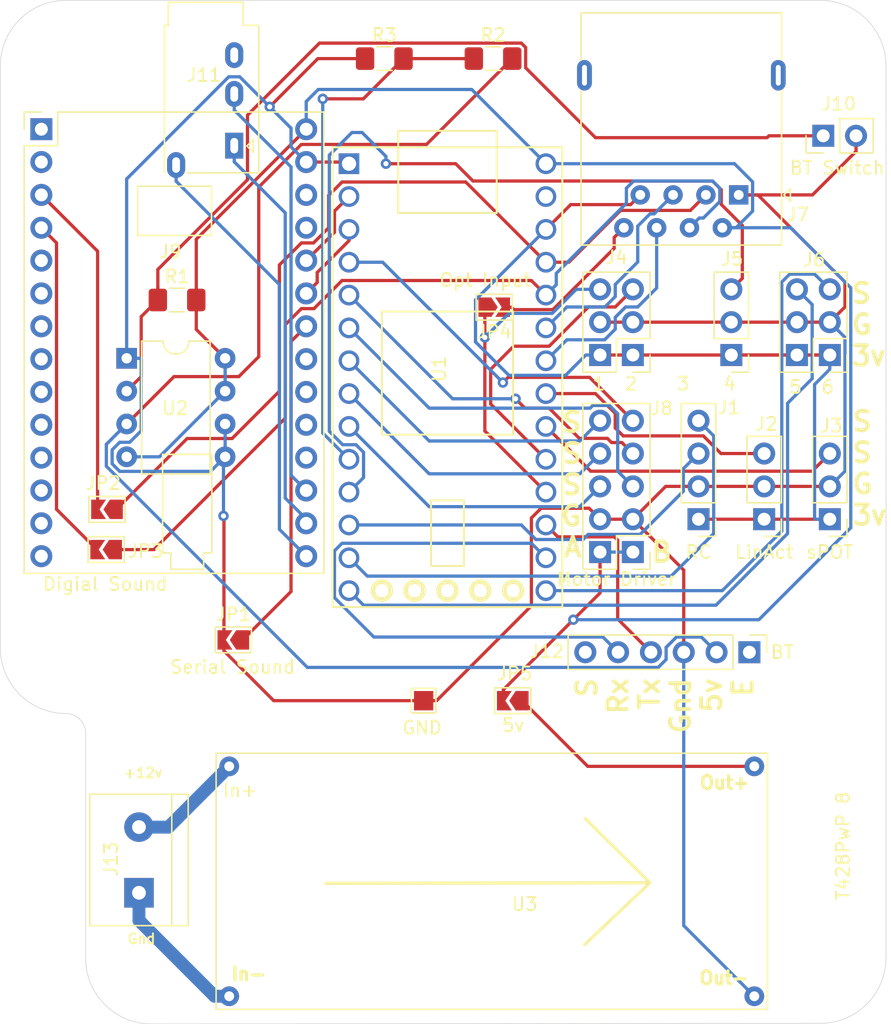
<source format=kicad_pcb>
(kicad_pcb (version 20171130) (host pcbnew "(5.1.2)-2")

  (general
    (thickness 1.6)
    (drawings 21)
    (tracks 386)
    (zones 0)
    (modules 29)
    (nets 62)
  )

  (page A4)
  (layers
    (0 F.Cu signal)
    (31 B.Cu signal)
    (32 B.Adhes user)
    (33 F.Adhes user)
    (34 B.Paste user)
    (35 F.Paste user)
    (36 B.SilkS user)
    (37 F.SilkS user)
    (38 B.Mask user)
    (39 F.Mask user)
    (40 Dwgs.User user)
    (41 Cmts.User user)
    (42 Eco1.User user)
    (43 Eco2.User user)
    (44 Edge.Cuts user)
    (45 Margin user)
    (46 B.CrtYd user)
    (47 F.CrtYd user)
    (48 B.Fab user)
    (49 F.Fab user)
  )

  (setup
    (last_trace_width 0.25)
    (user_trace_width 0.25)
    (user_trace_width 1)
    (trace_clearance 0.2)
    (zone_clearance 0.508)
    (zone_45_only no)
    (trace_min 0.2)
    (via_size 0.8)
    (via_drill 0.4)
    (via_min_size 0.4)
    (via_min_drill 0.3)
    (uvia_size 0.3)
    (uvia_drill 0.1)
    (uvias_allowed no)
    (uvia_min_size 0.2)
    (uvia_min_drill 0.1)
    (edge_width 0.05)
    (segment_width 0.2)
    (pcb_text_width 0.3)
    (pcb_text_size 1.5 1.5)
    (mod_edge_width 0.12)
    (mod_text_size 1 1)
    (mod_text_width 0.15)
    (pad_size 1.7 1.7)
    (pad_drill 1)
    (pad_to_mask_clearance 0.051)
    (solder_mask_min_width 0.25)
    (aux_axis_origin 0 0)
    (visible_elements 7FFFFFFF)
    (pcbplotparams
      (layerselection 0x010fc_ffffffff)
      (usegerberextensions false)
      (usegerberattributes false)
      (usegerberadvancedattributes false)
      (creategerberjobfile false)
      (excludeedgelayer true)
      (linewidth 0.100000)
      (plotframeref false)
      (viasonmask false)
      (mode 1)
      (useauxorigin false)
      (hpglpennumber 1)
      (hpglpenspeed 20)
      (hpglpendiameter 15.000000)
      (psnegative false)
      (psa4output false)
      (plotreference true)
      (plotvalue true)
      (plotinvisibletext false)
      (padsonsilk false)
      (subtractmaskfromsilk false)
      (outputformat 1)
      (mirror false)
      (drillshape 0)
      (scaleselection 1)
      (outputdirectory "Gerbers/"))
  )

  (net 0 "")
  (net 1 "Net-(J1-Pad3)")
  (net 2 "Net-(J1-Pad4)")
  (net 3 "Net-(J2-Pad3)")
  (net 4 "Net-(J3-Pad3)")
  (net 5 "Net-(J4-Pad6)")
  (net 6 "Net-(J6-Pad6)")
  (net 7 "Net-(J7-Pad5)")
  (net 8 "Net-(J7-Pad6)")
  (net 9 "Net-(J7-Pad8)")
  (net 10 "Net-(J12-Pad1)")
  (net 11 "Net-(J12-Pad6)")
  (net 12 "Net-(J4-Pad5)")
  (net 13 "Net-(J6-Pad5)")
  (net 14 "Net-(J8-Pad5)")
  (net 15 "Net-(J8-Pad6)")
  (net 16 "Net-(J8-Pad7)")
  (net 17 "Net-(J8-Pad8)")
  (net 18 "Net-(J8-Pad9)")
  (net 19 "Net-(J8-Pad10)")
  (net 20 "Net-(J12-Pad4)")
  (net 21 "Net-(J12-Pad5)")
  (net 22 +5V)
  (net 23 GND)
  (net 24 +3V3)
  (net 25 "Net-(J7-Pad3)")
  (net 26 "Net-(J7-Pad4)")
  (net 27 "Net-(J9-Pad1)")
  (net 28 "Net-(J9-Pad3)")
  (net 29 "Net-(J9-Pad6)")
  (net 30 "Net-(J9-Pad8)")
  (net 31 "Net-(J9-Pad9)")
  (net 32 "Net-(J9-Pad10)")
  (net 33 "Net-(J9-Pad11)")
  (net 34 "Net-(J9-Pad12)")
  (net 35 "Net-(J9-Pad13)")
  (net 36 "Net-(J9-Pad14)")
  (net 37 "Net-(J9-Pad15)")
  (net 38 "Net-(J9-Pad16)")
  (net 39 "Net-(J9-Pad17)")
  (net 40 "Net-(J9-Pad19)")
  (net 41 "Net-(J9-Pad21)")
  (net 42 "Net-(U1-Pad27)")
  (net 43 "Net-(J9-Pad5)")
  (net 44 "Net-(J9-Pad7)")
  (net 45 "Net-(J12-Pad2)")
  (net 46 "Net-(J10-Pad1)")
  (net 47 "Net-(J11-PadS)")
  (net 48 "Net-(J11-PadT)")
  (net 49 "Net-(J11-PadR1)")
  (net 50 "Net-(J11-PadR2)")
  (net 51 "Net-(J9-Pad18)")
  (net 52 "Net-(J9-Pad20)")
  (net 53 "Net-(J9-Pad22)")
  (net 54 "Net-(J9-Pad23)")
  (net 55 "Net-(J9-Pad25)")
  (net 56 "Net-(J9-Pad27)")
  (net 57 "Net-(JP5-Pad1)")
  (net 58 -12V)
  (net 59 +12V)
  (net 60 "Net-(R2-Pad1)")
  (net 61 "Net-(J5-Pad3)")

  (net_class Default "This is the default net class."
    (clearance 0.2)
    (trace_width 0.25)
    (via_dia 0.8)
    (via_drill 0.4)
    (uvia_dia 0.3)
    (uvia_drill 0.1)
    (add_net +12V)
    (add_net +3V3)
    (add_net +5V)
    (add_net -12V)
    (add_net GND)
    (add_net "Net-(J1-Pad3)")
    (add_net "Net-(J1-Pad4)")
    (add_net "Net-(J10-Pad1)")
    (add_net "Net-(J11-PadR1)")
    (add_net "Net-(J11-PadR2)")
    (add_net "Net-(J11-PadS)")
    (add_net "Net-(J11-PadT)")
    (add_net "Net-(J12-Pad1)")
    (add_net "Net-(J12-Pad2)")
    (add_net "Net-(J12-Pad4)")
    (add_net "Net-(J12-Pad5)")
    (add_net "Net-(J12-Pad6)")
    (add_net "Net-(J2-Pad3)")
    (add_net "Net-(J3-Pad3)")
    (add_net "Net-(J4-Pad5)")
    (add_net "Net-(J4-Pad6)")
    (add_net "Net-(J5-Pad3)")
    (add_net "Net-(J6-Pad5)")
    (add_net "Net-(J6-Pad6)")
    (add_net "Net-(J7-Pad3)")
    (add_net "Net-(J7-Pad4)")
    (add_net "Net-(J7-Pad5)")
    (add_net "Net-(J7-Pad6)")
    (add_net "Net-(J7-Pad8)")
    (add_net "Net-(J8-Pad10)")
    (add_net "Net-(J8-Pad5)")
    (add_net "Net-(J8-Pad6)")
    (add_net "Net-(J8-Pad7)")
    (add_net "Net-(J8-Pad8)")
    (add_net "Net-(J8-Pad9)")
    (add_net "Net-(J9-Pad1)")
    (add_net "Net-(J9-Pad10)")
    (add_net "Net-(J9-Pad11)")
    (add_net "Net-(J9-Pad12)")
    (add_net "Net-(J9-Pad13)")
    (add_net "Net-(J9-Pad14)")
    (add_net "Net-(J9-Pad15)")
    (add_net "Net-(J9-Pad16)")
    (add_net "Net-(J9-Pad17)")
    (add_net "Net-(J9-Pad18)")
    (add_net "Net-(J9-Pad19)")
    (add_net "Net-(J9-Pad20)")
    (add_net "Net-(J9-Pad21)")
    (add_net "Net-(J9-Pad22)")
    (add_net "Net-(J9-Pad23)")
    (add_net "Net-(J9-Pad25)")
    (add_net "Net-(J9-Pad27)")
    (add_net "Net-(J9-Pad3)")
    (add_net "Net-(J9-Pad5)")
    (add_net "Net-(J9-Pad6)")
    (add_net "Net-(J9-Pad7)")
    (add_net "Net-(J9-Pad8)")
    (add_net "Net-(J9-Pad9)")
    (add_net "Net-(JP5-Pad1)")
    (add_net "Net-(R2-Pad1)")
    (add_net "Net-(U1-Pad27)")
  )

  (module "Useful Modifications:Regulator_LM2596Adj" (layer F.Cu) (tedit 5EE0763E) (tstamp 5EE0DE71)
    (at 148.7805 138.2395)
    (path /5EE1E4FD)
    (fp_text reference U3 (at 0 0.5) (layer F.SilkS)
      (effects (font (size 1 1) (thickness 0.15)))
    )
    (fp_text value TMR_1-0511_mod (at 0 -1.524) (layer F.Fab)
      (effects (font (size 1 1) (thickness 0.15)))
    )
    (fp_text user Out- (at 15.4305 6.2103) (layer F.SilkS)
      (effects (font (size 1 1) (thickness 0.25)))
    )
    (fp_text user Out+ (at 15.4813 -8.9027) (layer F.SilkS)
      (effects (font (size 1 1) (thickness 0.25)))
    )
    (fp_text user In- (at -21.3487 5.9055) (layer F.SilkS)
      (effects (font (size 1 1) (thickness 0.25)))
    )
    (fp_text user In+ (at -22.0218 -8.3058) (layer F.SilkS)
      (effects (font (size 1 1) (thickness 0.15)))
    )
    (fp_line (start 9.7028 -1.1557) (end 4.6609 3.6195) (layer F.SilkS) (width 0.25))
    (fp_line (start 4.699 -6.1214) (end 4.699 -6.1595) (layer F.SilkS) (width 0.12))
    (fp_line (start 9.7028 -1.1557) (end 4.699 -6.1214) (layer F.SilkS) (width 0.25))
    (fp_line (start -15.3797 -1.1176) (end 9.7028 -1.1557) (layer F.SilkS) (width 0.25))
    (fp_line (start -23.876 -11.176) (end -23.876 8.636) (layer F.SilkS) (width 0.12))
    (fp_line (start -23.876 8.636) (end 18.796 8.636) (layer F.SilkS) (width 0.12))
    (fp_line (start 18.796 8.636) (end 18.796 -11.176) (layer F.SilkS) (width 0.12))
    (fp_line (start 18.796 -11.176) (end -23.876 -11.176) (layer F.SilkS) (width 0.12))
    (pad 2 thru_hole circle (at -22.86 -10.16) (size 1.524 1.524) (drill 0.762) (layers *.Cu *.Mask)
      (net 59 +12V))
    (pad 1 thru_hole circle (at -22.86 7.62) (size 1.524 1.524) (drill 0.762) (layers *.Cu *.Mask)
      (net 58 -12V))
    (pad 3 thru_hole circle (at 17.78 -10.16) (size 1.524 1.524) (drill 0.762) (layers *.Cu *.Mask)
      (net 57 "Net-(JP5-Pad1)"))
    (pad 4 thru_hole circle (at 17.78 7.62) (size 1.524 1.524) (drill 0.762) (layers *.Cu *.Mask)
      (net 23 GND))
  )

  (module Jumper:SolderJumper-2_P1.3mm_Open_TrianglePad1.0x1.5mm (layer F.Cu) (tedit 5A64794F) (tstamp 5EE0D3DE)
    (at 147.865 123 180)
    (descr "SMD Solder Jumper, 1x1.5mm Triangular Pads, 0.3mm gap, open")
    (tags "solder jumper open")
    (path /5EE2E9C1)
    (attr virtual)
    (fp_text reference JP5 (at -0.1535 2.096) (layer F.SilkS)
      (effects (font (size 1 1) (thickness 0.15)))
    )
    (fp_text value 5v (at -0.0265 -1.9045) (layer F.SilkS)
      (effects (font (size 1 1) (thickness 0.15)))
    )
    (fp_line (start 1.65 1.25) (end -1.65 1.25) (layer F.CrtYd) (width 0.05))
    (fp_line (start 1.65 1.25) (end 1.65 -1.25) (layer F.CrtYd) (width 0.05))
    (fp_line (start -1.65 -1.25) (end -1.65 1.25) (layer F.CrtYd) (width 0.05))
    (fp_line (start -1.65 -1.25) (end 1.65 -1.25) (layer F.CrtYd) (width 0.05))
    (fp_line (start -1.4 -1) (end 1.4 -1) (layer F.SilkS) (width 0.12))
    (fp_line (start 1.4 -1) (end 1.4 1) (layer F.SilkS) (width 0.12))
    (fp_line (start 1.4 1) (end -1.4 1) (layer F.SilkS) (width 0.12))
    (fp_line (start -1.4 1) (end -1.4 -1) (layer F.SilkS) (width 0.12))
    (pad 1 smd custom (at -0.725 0 180) (size 0.3 0.3) (layers F.Cu F.Mask)
      (net 57 "Net-(JP5-Pad1)") (zone_connect 2)
      (options (clearance outline) (anchor rect))
      (primitives
        (gr_poly (pts
           (xy -0.5 -0.75) (xy 0.5 -0.75) (xy 1 0) (xy 0.5 0.75) (xy -0.5 0.75)
) (width 0))
      ))
    (pad 2 smd custom (at 0.725 0 180) (size 0.3 0.3) (layers F.Cu F.Mask)
      (net 22 +5V) (zone_connect 2)
      (options (clearance outline) (anchor rect))
      (primitives
        (gr_poly (pts
           (xy -0.65 -0.75) (xy 0.5 -0.75) (xy 0.5 0.75) (xy -0.65 0.75) (xy -0.15 0)
) (width 0))
      ))
  )

  (module "Useful Modifications:RJ45_x08_Horizontal_tabs" (layer F.Cu) (tedit 5EE05F65) (tstamp 5D5E6024)
    (at 165.354 83.8835 180)
    (descr "8 Pol Shallow Latch Connector, Modjack, RJ45 (https://cdn.amphenol-icc.com/media/wysiwyg/files/drawing/c-bmj-0102.pdf)")
    (tags RJ45)
    (path /5D627B3B)
    (fp_text reference J7 (at -4.572 -1.524) (layer F.SilkS)
      (effects (font (size 1 1) (thickness 0.15)))
    )
    (fp_text value 8P8C (at 4.445 4) (layer F.Fab)
      (effects (font (size 1 1) (thickness 0.15)))
    )
    (fp_line (start 12.205 -3.88) (end 12.205 8.06) (layer F.SilkS) (width 0.12))
    (fp_line (start 12.2047 10.4357) (end 12.2047 14.0757) (layer F.SilkS) (width 0.12))
    (fp_line (start 12.6 14.47) (end -3.71 14.47) (layer F.CrtYd) (width 0.05))
    (fp_line (start 12.6 14.47) (end 12.6 -4.27) (layer F.CrtYd) (width 0.05))
    (fp_line (start -3.71 -4.27) (end -3.71 14.47) (layer F.CrtYd) (width 0.05))
    (fp_line (start -3.71 -4.27) (end 12.6 -4.27) (layer F.CrtYd) (width 0.05))
    (fp_line (start -3.315 -3.88) (end -3.315 8.06) (layer F.SilkS) (width 0.12))
    (fp_line (start 12.205 -3.88) (end -3.315 -3.88) (layer F.SilkS) (width 0.12))
    (fp_line (start -3.315 10.44) (end -3.315 14.08) (layer F.SilkS) (width 0.12))
    (fp_line (start -3.315 14.08) (end 12.205 14.08) (layer F.SilkS) (width 0.12))
    (fp_line (start -3.205 -2.77) (end -2.205 -3.77) (layer F.Fab) (width 0.12))
    (fp_line (start -2.205 -3.77) (end 12.095 -3.77) (layer F.Fab) (width 0.12))
    (fp_line (start 12.095 -3.77) (end 12.095 13.97) (layer F.Fab) (width 0.12))
    (fp_line (start 12.095 13.97) (end -3.205 13.97) (layer F.Fab) (width 0.12))
    (fp_line (start -3.205 13.97) (end -3.205 -2.77) (layer F.Fab) (width 0.12))
    (fp_line (start -3.5 0) (end -4 -0.5) (layer F.SilkS) (width 0.12))
    (fp_line (start -4 -0.5) (end -4 0.5) (layer F.SilkS) (width 0.12))
    (fp_line (start -4 0.5) (end -3.5 0) (layer F.SilkS) (width 0.12))
    (fp_text user %R (at 4.445 2) (layer F.Fab)
      (effects (font (size 1 1) (thickness 0.15)))
    )
    (pad 10 thru_hole oval (at 11.938 9.25195 180) (size 1.14 2.362) (drill oval 0.381 1.6) (layers *.Cu *.Mask))
    (pad 9 thru_hole oval (at -3.0607 9.25195 180) (size 1.14 2.362) (drill oval 0.381 1.6) (layers *.Cu *.Mask))
    (pad 8 thru_hole circle (at 8.89 -2.54 180) (size 1.5 1.5) (drill 0.76) (layers *.Cu *.Mask)
      (net 9 "Net-(J7-Pad8)"))
    (pad 7 thru_hole circle (at 7.62 0 180) (size 1.5 1.5) (drill 0.76) (layers *.Cu *.Mask)
      (net 24 +3V3))
    (pad 6 thru_hole circle (at 6.35 -2.54 180) (size 1.5 1.5) (drill 0.76) (layers *.Cu *.Mask)
      (net 8 "Net-(J7-Pad6)"))
    (pad 5 thru_hole circle (at 5.08 0 180) (size 1.5 1.5) (drill 0.76) (layers *.Cu *.Mask)
      (net 7 "Net-(J7-Pad5)"))
    (pad 4 thru_hole circle (at 3.81 -2.54 180) (size 1.5 1.5) (drill 0.76) (layers *.Cu *.Mask)
      (net 26 "Net-(J7-Pad4)"))
    (pad 3 thru_hole circle (at 2.54 0 180) (size 1.5 1.5) (drill 0.76) (layers *.Cu *.Mask)
      (net 25 "Net-(J7-Pad3)"))
    (pad 2 thru_hole circle (at 1.27 -2.54 180) (size 1.5 1.5) (drill 0.76) (layers *.Cu *.Mask)
      (net 22 +5V))
    (pad 1 thru_hole rect (at 0 0 180) (size 1.5 1.5) (drill 0.76) (layers *.Cu *.Mask)
      (net 23 GND))
    (pad "" np_thru_hole circle (at -1.27 6.35 180) (size 3.200001 3.200001) (drill 3.200001) (layers *.Cu *.Mask))
    (pad "" np_thru_hole circle (at 10.16 6.35 180) (size 3.2 3.2) (drill 3.2) (layers *.Cu *.Mask))
    (model ${KISYS3DMOD}/Connector_RJ.3dshapes/RJ45_Amphenol_54602-x08_Horizontal.wrl
      (at (xyz 0 0 0))
      (scale (xyz 1 1 1))
      (rotate (xyz 0 0 0))
    )
  )

  (module Connector_PinHeader_2.54mm:PinHeader_1x02_P2.54mm_Vertical (layer F.Cu) (tedit 59FED5CC) (tstamp 5D8409EF)
    (at 171.8945 79.3115 90)
    (descr "Through hole straight pin header, 1x02, 2.54mm pitch, single row")
    (tags "Through hole pin header THT 1x02 2.54mm single row")
    (path /5D8359A2)
    (fp_text reference J10 (at 2.4765 1.2065 180) (layer F.SilkS)
      (effects (font (size 1 1) (thickness 0.15)))
    )
    (fp_text value "BT Switch" (at -2.4765 1.0795 180) (layer F.SilkS)
      (effects (font (size 1 1) (thickness 0.15)))
    )
    (fp_line (start -0.635 -1.27) (end 1.27 -1.27) (layer F.Fab) (width 0.1))
    (fp_line (start 1.27 -1.27) (end 1.27 3.81) (layer F.Fab) (width 0.1))
    (fp_line (start 1.27 3.81) (end -1.27 3.81) (layer F.Fab) (width 0.1))
    (fp_line (start -1.27 3.81) (end -1.27 -0.635) (layer F.Fab) (width 0.1))
    (fp_line (start -1.27 -0.635) (end -0.635 -1.27) (layer F.Fab) (width 0.1))
    (fp_line (start -1.33 3.87) (end 1.33 3.87) (layer F.SilkS) (width 0.12))
    (fp_line (start -1.33 1.27) (end -1.33 3.87) (layer F.SilkS) (width 0.12))
    (fp_line (start 1.33 1.27) (end 1.33 3.87) (layer F.SilkS) (width 0.12))
    (fp_line (start -1.33 1.27) (end 1.33 1.27) (layer F.SilkS) (width 0.12))
    (fp_line (start -1.33 0) (end -1.33 -1.33) (layer F.SilkS) (width 0.12))
    (fp_line (start -1.33 -1.33) (end 0 -1.33) (layer F.SilkS) (width 0.12))
    (fp_line (start -1.8 -1.8) (end -1.8 4.35) (layer F.CrtYd) (width 0.05))
    (fp_line (start -1.8 4.35) (end 1.8 4.35) (layer F.CrtYd) (width 0.05))
    (fp_line (start 1.8 4.35) (end 1.8 -1.8) (layer F.CrtYd) (width 0.05))
    (fp_line (start 1.8 -1.8) (end -1.8 -1.8) (layer F.CrtYd) (width 0.05))
    (fp_text user %R (at 0 1.27) (layer F.Fab)
      (effects (font (size 1 1) (thickness 0.15)))
    )
    (pad 1 thru_hole rect (at 0 0 90) (size 1.7 1.7) (drill 1) (layers *.Cu *.Mask)
      (net 46 "Net-(J10-Pad1)"))
    (pad 2 thru_hole oval (at 0 2.54 90) (size 1.7 1.7) (drill 1) (layers *.Cu *.Mask)
      (net 23 GND))
    (model ${KISYS3DMOD}/Connector_PinHeader_2.54mm.3dshapes/PinHeader_1x02_P2.54mm_Vertical.wrl
      (at (xyz 0 0 0))
      (scale (xyz 1 1 1))
      (rotate (xyz 0 0 0))
    )
  )

  (module "Useful Modifications:FXSound_HeadPhone_2x14_P2.54mm_Short" (layer F.Cu) (tedit 5E8D1CC0) (tstamp 5E8D17F2)
    (at 111.379 78.8035)
    (descr "Through hole straight pin header, 2x14, 2.54mm pitch, double rows")
    (tags "Through hole pin header THT 2x14 2.54mm double row")
    (path /5E8DA0AA)
    (fp_text reference J9 (at 9.9822 9.4615) (layer F.SilkS)
      (effects (font (size 1 1) (thickness 0.15)))
    )
    (fp_text value 28Pin_FXSound (at 9.017 14.986) (layer F.Fab)
      (effects (font (size 1 1) (thickness 0.15)))
    )
    (fp_line (start 0 -1.27) (end 21.81 -1.27) (layer F.Fab) (width 0.1))
    (fp_line (start 21.81 -1.27) (end 21.81 34.29) (layer F.Fab) (width 0.1))
    (fp_line (start 21.81 34.29) (end -1.27 34.29) (layer F.Fab) (width 0.1))
    (fp_line (start -1.27 34.29) (end -1.27 0) (layer F.Fab) (width 0.1))
    (fp_line (start -1.27 0) (end 0 -1.27) (layer F.Fab) (width 0.1))
    (fp_line (start -1.33 34.35) (end 21.87 34.35) (layer F.SilkS) (width 0.12))
    (fp_line (start -1.33 1.27) (end -1.33 34.35) (layer F.SilkS) (width 0.12))
    (fp_line (start 21.87 -1.33) (end 21.87 34.35) (layer F.SilkS) (width 0.12))
    (fp_line (start -1.33 1.27) (end 1.27 1.27) (layer F.SilkS) (width 0.12))
    (fp_line (start 1.27 1.27) (end 1.27 -1.33) (layer F.SilkS) (width 0.12))
    (fp_line (start 1.27 -1.33) (end 21.87 -1.33) (layer F.SilkS) (width 0.12))
    (fp_line (start -1.33 0) (end -1.33 -1.33) (layer F.SilkS) (width 0.12))
    (fp_line (start -1.33 -1.33) (end 0 -1.33) (layer F.SilkS) (width 0.12))
    (fp_line (start -1.8 -2) (end -1.8 35) (layer F.CrtYd) (width 0.05))
    (fp_line (start -1.8 35) (end 1.8 35) (layer F.CrtYd) (width 0.05))
    (fp_line (start 1.8 35) (end 1.8 -2) (layer F.CrtYd) (width 0.05))
    (fp_line (start 1.8 -2) (end -1.8 -2) (layer F.CrtYd) (width 0.05))
    (fp_text user %R (at 1.778 17.018 90) (layer F.Fab)
      (effects (font (size 1 1) (thickness 0.15)))
    )
    (fp_line (start 9.3853 25.146) (end 13.1953 25.146) (layer F.SilkS) (width 0.12))
    (fp_line (start 9.3853 25.146) (end 9.3853 32.766) (layer F.SilkS) (width 0.12))
    (fp_line (start 9.3853 32.766) (end 10.0203 32.766) (layer F.SilkS) (width 0.12))
    (fp_line (start 10.0203 32.766) (end 10.0203 34.036) (layer F.SilkS) (width 0.12))
    (fp_line (start 13.1953 25.146) (end 13.1953 32.766) (layer F.SilkS) (width 0.12))
    (fp_line (start 12.5603 32.766) (end 13.1953 32.766) (layer F.SilkS) (width 0.12))
    (fp_line (start 12.5603 32.766) (end 12.5603 34.036) (layer F.SilkS) (width 0.12))
    (fp_line (start 10.0203 34.036) (end 12.5603 34.036) (layer F.SilkS) (width 0.12))
    (fp_line (start 7.4549 4.4069) (end 13.1699 4.4069) (layer F.SilkS) (width 0.12))
    (fp_line (start 13.1699 4.4069) (end 13.1699 8.2169) (layer F.SilkS) (width 0.12))
    (fp_line (start 13.1699 8.2169) (end 7.4549 8.2169) (layer F.SilkS) (width 0.12))
    (fp_line (start 7.4549 8.2169) (end 7.4549 4.4069) (layer F.SilkS) (width 0.12))
    (fp_line (start 18.6 35) (end 22.2 35) (layer F.CrtYd) (width 0.05))
    (fp_line (start 18.6 -2) (end 22.2 -2) (layer F.CrtYd) (width 0.05))
    (fp_line (start 18.6 35) (end 18.6 -2) (layer F.CrtYd) (width 0.05))
    (fp_line (start 22.2 35) (end 22.2 -2) (layer F.CrtYd) (width 0.05))
    (pad 1 thru_hole rect (at 0 0) (size 1.7 1.7) (drill 1) (layers *.Cu *.Mask)
      (net 27 "Net-(J9-Pad1)"))
    (pad 2 thru_hole oval (at 20.5 0) (size 1.7 1.7) (drill 1) (layers *.Cu *.Mask)
      (net 22 +5V))
    (pad 3 thru_hole oval (at 0 2.54) (size 1.7 1.7) (drill 1) (layers *.Cu *.Mask)
      (net 28 "Net-(J9-Pad3)"))
    (pad 4 thru_hole oval (at 20.5 2.54) (size 1.7 1.7) (drill 1) (layers *.Cu *.Mask)
      (net 23 GND))
    (pad 5 thru_hole oval (at 0 5.08) (size 1.7 1.7) (drill 1) (layers *.Cu *.Mask)
      (net 43 "Net-(J9-Pad5)"))
    (pad 6 thru_hole oval (at 20.5 5.08) (size 1.7 1.7) (drill 1) (layers *.Cu *.Mask)
      (net 29 "Net-(J9-Pad6)"))
    (pad 7 thru_hole oval (at 0 7.62) (size 1.7 1.7) (drill 1) (layers *.Cu *.Mask)
      (net 44 "Net-(J9-Pad7)"))
    (pad 8 thru_hole oval (at 20.5 7.62) (size 1.7 1.7) (drill 1) (layers *.Cu *.Mask)
      (net 30 "Net-(J9-Pad8)"))
    (pad 9 thru_hole oval (at 0 10.16) (size 1.7 1.7) (drill 1) (layers *.Cu *.Mask)
      (net 31 "Net-(J9-Pad9)"))
    (pad 10 thru_hole oval (at 20.5 10.16) (size 1.7 1.7) (drill 1) (layers *.Cu *.Mask)
      (net 32 "Net-(J9-Pad10)"))
    (pad 11 thru_hole oval (at 0 12.7) (size 1.7 1.7) (drill 1) (layers *.Cu *.Mask)
      (net 33 "Net-(J9-Pad11)"))
    (pad 12 thru_hole oval (at 20.5 12.7) (size 1.7 1.7) (drill 1) (layers *.Cu *.Mask)
      (net 34 "Net-(J9-Pad12)"))
    (pad 13 thru_hole oval (at 0 15.24) (size 1.7 1.7) (drill 1) (layers *.Cu *.Mask)
      (net 35 "Net-(J9-Pad13)"))
    (pad 14 thru_hole oval (at 20.5 15.24) (size 1.7 1.7) (drill 1) (layers *.Cu *.Mask)
      (net 36 "Net-(J9-Pad14)"))
    (pad 15 thru_hole oval (at 0 17.78) (size 1.7 1.7) (drill 1) (layers *.Cu *.Mask)
      (net 37 "Net-(J9-Pad15)"))
    (pad 16 thru_hole oval (at 20.5 17.78) (size 1.7 1.7) (drill 1) (layers *.Cu *.Mask)
      (net 38 "Net-(J9-Pad16)"))
    (pad 17 thru_hole oval (at 0 20.32) (size 1.7 1.7) (drill 1) (layers *.Cu *.Mask)
      (net 39 "Net-(J9-Pad17)"))
    (pad 18 thru_hole oval (at 20.5 20.32) (size 1.7 1.7) (drill 1) (layers *.Cu *.Mask)
      (net 51 "Net-(J9-Pad18)"))
    (pad 19 thru_hole oval (at 0 22.86) (size 1.7 1.7) (drill 1) (layers *.Cu *.Mask)
      (net 40 "Net-(J9-Pad19)"))
    (pad 20 thru_hole oval (at 20.5 22.86) (size 1.7 1.7) (drill 1) (layers *.Cu *.Mask)
      (net 52 "Net-(J9-Pad20)"))
    (pad 21 thru_hole oval (at 0 25.4) (size 1.7 1.7) (drill 1) (layers *.Cu *.Mask)
      (net 41 "Net-(J9-Pad21)"))
    (pad 22 thru_hole oval (at 20.5 25.4) (size 1.7 1.7) (drill 1) (layers *.Cu *.Mask)
      (net 53 "Net-(J9-Pad22)"))
    (pad 23 thru_hole oval (at 0 27.94) (size 1.7 1.7) (drill 1) (layers *.Cu *.Mask)
      (net 54 "Net-(J9-Pad23)"))
    (pad 24 thru_hole oval (at 20.5 27.94) (size 1.7 1.7) (drill 1) (layers *.Cu *.Mask)
      (net 49 "Net-(J11-PadR1)"))
    (pad 25 thru_hole oval (at 0 30.48) (size 1.7 1.7) (drill 1) (layers *.Cu *.Mask)
      (net 55 "Net-(J9-Pad25)"))
    (pad 26 thru_hole oval (at 20.5 30.48) (size 1.7 1.7) (drill 1) (layers *.Cu *.Mask)
      (net 48 "Net-(J11-PadT)"))
    (pad 27 thru_hole oval (at 0 33.02) (size 1.7 1.7) (drill 1) (layers *.Cu *.Mask)
      (net 56 "Net-(J9-Pad27)"))
    (pad 28 thru_hole oval (at 20.5 33.02) (size 1.7 1.7) (drill 1) (layers *.Cu *.Mask)
      (net 47 "Net-(J11-PadS)"))
    (model ${KISYS3DMOD}/Connector_PinHeader_2.54mm.3dshapes/PinHeader_2x14_P2.54mm_Vertical.wrl
      (at (xyz 0 0 0))
      (scale (xyz 1 1 1))
      (rotate (xyz 0 0 0))
    )
  )

  (module "Useful Modifications:Jack_3.5mm_PJ320A_Horizontal" (layer F.Cu) (tedit 5DD8AA7D) (tstamp 5DD8A9DA)
    (at 121.8085 80.0735)
    (descr "Headphones with microphone connector, 3.5mm, 4 pins (http://www.qingpu-electronics.com/en/products/WQP-PJ320E-177.html)")
    (tags "3.5mm jack mic microphone phones headphones 4pins audio plug")
    (path /5D9CA707)
    (fp_text reference J11 (at 2.159 -5.461) (layer F.SilkS)
      (effects (font (size 1 1) (thickness 0.15)))
    )
    (fp_text value AudioJack4 (at 2.667 -9.8425) (layer F.Fab)
      (effects (font (size 1 1) (thickness 0.15)))
    )
    (fp_text user %R (at 2.0955 -3.8735) (layer F.Fab)
      (effects (font (size 1 1) (thickness 0.15)))
    )
    (fp_line (start 5.9799 -0.4746) (end 5.4799 0.0254) (layer F.SilkS) (width 0.12))
    (fp_line (start 5.9799 0.5254) (end 5.9799 -0.4746) (layer F.SilkS) (width 0.12))
    (fp_line (start 5.4799 0.0254) (end 5.9799 0.5254) (layer F.SilkS) (width 0.12))
    (fp_line (start 6.3 2) (end 0.9271 2) (layer F.Fab) (width 0.1))
    (fp_line (start -0.8 2) (end -0.8 -9.2) (layer F.Fab) (width 0.1))
    (fp_line (start -0.8 -9.2) (end -0.5 -9.2) (layer F.Fab) (width 0.1))
    (fp_line (start -0.5 -9.2) (end -0.5 -10.984) (layer F.Fab) (width 0.1))
    (fp_line (start -0.5 -10.984) (end 5.1 -10.984) (layer F.Fab) (width 0.1))
    (fp_line (start 5.1 -10.984) (end 5.1 -9.2) (layer F.Fab) (width 0.1))
    (fp_line (start 5.1 -9.2) (end 6.3 -9.2) (layer F.Fab) (width 0.1))
    (fp_line (start 6.3 -9.2) (end 6.3 2) (layer F.Fab) (width 0.1))
    (fp_line (start -0.9 -9.3) (end -0.9 2.1) (layer F.SilkS) (width 0.12))
    (fp_line (start 0.8509 2.1082) (end 6.4 2.1) (layer F.SilkS) (width 0.12))
    (fp_line (start -1.3 3) (end 6.8 3) (layer F.CrtYd) (width 0.05))
    (fp_line (start -1.3 -11.184) (end -1.3 3) (layer F.CrtYd) (width 0.05))
    (fp_line (start 6.8 -11.184) (end 6.8 3) (layer F.CrtYd) (width 0.05))
    (fp_line (start 5.2 -9.3) (end 6.4 -9.3) (layer F.SilkS) (width 0.12))
    (fp_line (start -0.9 -9.3) (end -0.6 -9.3) (layer F.SilkS) (width 0.12))
    (fp_line (start 5.2 -11.084) (end -0.6 -11.084) (layer F.SilkS) (width 0.12))
    (fp_line (start 6.4 -9.3) (end 6.4 2.1) (layer F.SilkS) (width 0.12))
    (fp_line (start 5.2 -9.3) (end 5.2 -11.084) (layer F.SilkS) (width 0.12))
    (fp_line (start -0.6 -9.3) (end -0.6 -11.084) (layer F.SilkS) (width 0.12))
    (fp_line (start -1.3 -11.184) (end 6.8 -11.184) (layer F.CrtYd) (width 0.05))
    (fp_circle (center 0.9 0) (end 1.2 0.15) (layer F.Fab) (width 0.12))
    (pad S thru_hole oval (at 0 1.5 270) (size 2 1.4) (drill oval 1.2 0.6) (layers *.Cu *.Mask)
      (net 47 "Net-(J11-PadS)"))
    (pad T thru_hole rect (at 4.5 0 270) (size 2 1.4) (drill oval 1.2 0.6) (layers *.Cu *.Mask)
      (net 48 "Net-(J11-PadT)"))
    (pad R1 thru_hole oval (at 4.5 -4 270) (size 2 1.4) (drill oval 1.2 0.6) (layers *.Cu *.Mask)
      (net 49 "Net-(J11-PadR1)"))
    (pad R2 thru_hole oval (at 4.5 -7 270) (size 2 1.4) (drill oval 1.2 0.6) (layers *.Cu *.Mask)
      (net 50 "Net-(J11-PadR2)"))
    (pad "" np_thru_hole circle (at 2 -8.5 270) (size 1.2 1.2) (drill 1.2) (layers *.Cu *.Mask))
    (pad "" np_thru_hole circle (at 2 -1.5 270) (size 1.2 1.2) (drill 1.2) (layers *.Cu *.Mask))
    (model ${KISYS3DMOD}/Connector_Audio.3dshapes/Jack_3.5mm_PJ320E_Horizontal.wrl
      (at (xyz 0 0 0))
      (scale (xyz 1 1 1))
      (rotate (xyz 0 0 0))
    )
  )

  (module Connector_PinHeader_2.54mm:PinHeader_1x03_P2.54mm_Vertical (layer F.Cu) (tedit 59FED5CC) (tstamp 5D5E5FB1)
    (at 172.4025 108.966 180)
    (descr "Through hole straight pin header, 1x03, 2.54mm pitch, single row")
    (tags "Through hole pin header THT 1x03 2.54mm single row")
    (path /5D5C3369)
    (fp_text reference J3 (at -0.127 7.239) (layer F.SilkS)
      (effects (font (size 1 1) (thickness 0.15)))
    )
    (fp_text value sPOT (at 0 -2.54) (layer F.SilkS)
      (effects (font (size 1 1) (thickness 0.15)))
    )
    (fp_text user %R (at 0 2.54 90) (layer F.Fab)
      (effects (font (size 1 1) (thickness 0.15)))
    )
    (fp_line (start 1.8 -1.8) (end -1.8 -1.8) (layer F.CrtYd) (width 0.05))
    (fp_line (start 1.8 6.85) (end 1.8 -1.8) (layer F.CrtYd) (width 0.05))
    (fp_line (start -1.8 6.85) (end 1.8 6.85) (layer F.CrtYd) (width 0.05))
    (fp_line (start -1.8 -1.8) (end -1.8 6.85) (layer F.CrtYd) (width 0.05))
    (fp_line (start -1.33 -1.33) (end 0 -1.33) (layer F.SilkS) (width 0.12))
    (fp_line (start -1.33 0) (end -1.33 -1.33) (layer F.SilkS) (width 0.12))
    (fp_line (start -1.33 1.27) (end 1.33 1.27) (layer F.SilkS) (width 0.12))
    (fp_line (start 1.33 1.27) (end 1.33 6.41) (layer F.SilkS) (width 0.12))
    (fp_line (start -1.33 1.27) (end -1.33 6.41) (layer F.SilkS) (width 0.12))
    (fp_line (start -1.33 6.41) (end 1.33 6.41) (layer F.SilkS) (width 0.12))
    (fp_line (start -1.27 -0.635) (end -0.635 -1.27) (layer F.Fab) (width 0.1))
    (fp_line (start -1.27 6.35) (end -1.27 -0.635) (layer F.Fab) (width 0.1))
    (fp_line (start 1.27 6.35) (end -1.27 6.35) (layer F.Fab) (width 0.1))
    (fp_line (start 1.27 -1.27) (end 1.27 6.35) (layer F.Fab) (width 0.1))
    (fp_line (start -0.635 -1.27) (end 1.27 -1.27) (layer F.Fab) (width 0.1))
    (pad 3 thru_hole oval (at 0 5.08 180) (size 1.7 1.7) (drill 1) (layers *.Cu *.Mask)
      (net 4 "Net-(J3-Pad3)"))
    (pad 2 thru_hole oval (at 0 2.54 180) (size 1.7 1.7) (drill 1) (layers *.Cu *.Mask)
      (net 23 GND))
    (pad 1 thru_hole rect (at 0 0 180) (size 1.7 1.7) (drill 1) (layers *.Cu *.Mask)
      (net 24 +3V3))
    (model ${KISYS3DMOD}/Connector_PinHeader_2.54mm.3dshapes/PinHeader_1x03_P2.54mm_Vertical.wrl
      (at (xyz 0 0 0))
      (scale (xyz 1 1 1))
      (rotate (xyz 0 0 0))
    )
  )

  (module Jumper:SolderJumper-2_P1.3mm_Open_TrianglePad1.0x1.5mm (layer F.Cu) (tedit 5D7F17E1) (tstamp 5D7ED9EC)
    (at 126.238 118.3005 180)
    (descr "SMD Solder Jumper, 1x1.5mm Triangular Pads, 0.3mm gap, open")
    (tags "solder jumper open")
    (path /5D7E0F89)
    (attr virtual)
    (fp_text reference JP1 (at 0 1.9685) (layer F.SilkS)
      (effects (font (size 1 1) (thickness 0.15)))
    )
    (fp_text value "Serial Sound" (at 0.0635 -2.0955) (layer F.SilkS)
      (effects (font (size 1 1) (thickness 0.15)))
    )
    (fp_line (start 1.65 1.25) (end -1.65 1.25) (layer F.CrtYd) (width 0.05))
    (fp_line (start 1.65 1.25) (end 1.65 -1.25) (layer F.CrtYd) (width 0.05))
    (fp_line (start -1.65 -1.25) (end -1.65 1.25) (layer F.CrtYd) (width 0.05))
    (fp_line (start -1.65 -1.25) (end 1.65 -1.25) (layer F.CrtYd) (width 0.05))
    (fp_line (start -1.4 -1) (end 1.4 -1) (layer F.SilkS) (width 0.12))
    (fp_line (start 1.4 -1) (end 1.4 1) (layer F.SilkS) (width 0.12))
    (fp_line (start 1.4 1) (end -1.4 1) (layer F.SilkS) (width 0.12))
    (fp_line (start -1.4 1) (end -1.4 -1) (layer F.SilkS) (width 0.12))
    (pad 1 smd custom (at -0.725 0 180) (size 0.3 0.3) (layers F.Cu F.Mask)
      (net 36 "Net-(J9-Pad14)") (zone_connect 2)
      (options (clearance outline) (anchor rect))
      (primitives
        (gr_poly (pts
           (xy -0.5 -0.75) (xy 0.5 -0.75) (xy 1 0) (xy 0.5 0.75) (xy -0.5 0.75)
) (width 0))
      ))
    (pad 2 smd custom (at 0.725 0 180) (size 0.3 0.3) (layers F.Cu F.Mask)
      (net 23 GND) (zone_connect 2)
      (options (clearance outline) (anchor rect))
      (primitives
        (gr_poly (pts
           (xy -0.65 -0.75) (xy 0.5 -0.75) (xy 0.5 0.75) (xy -0.65 0.75) (xy -0.15 0)
) (width 0))
      ))
  )

  (module Jumper:SolderJumper-2_P1.3mm_Open_TrianglePad1.0x1.5mm (layer F.Cu) (tedit 5D7F1792) (tstamp 5D7EDA88)
    (at 116.3955 111.3155 180)
    (descr "SMD Solder Jumper, 1x1.5mm Triangular Pads, 0.3mm gap, open")
    (tags "solder jumper open")
    (path /5D7F8155)
    (attr virtual)
    (fp_text reference JP3 (at -3.048 -0.127) (layer F.SilkS)
      (effects (font (size 1 1) (thickness 0.15)))
    )
    (fp_text value "Digial Sound" (at 0.0635 -2.667) (layer F.SilkS)
      (effects (font (size 1 1) (thickness 0.15)))
    )
    (fp_line (start -1.4 1) (end -1.4 -1) (layer F.SilkS) (width 0.12))
    (fp_line (start 1.4 1) (end -1.4 1) (layer F.SilkS) (width 0.12))
    (fp_line (start 1.4 -1) (end 1.4 1) (layer F.SilkS) (width 0.12))
    (fp_line (start -1.4 -1) (end 1.4 -1) (layer F.SilkS) (width 0.12))
    (fp_line (start -1.65 -1.25) (end 1.65 -1.25) (layer F.CrtYd) (width 0.05))
    (fp_line (start -1.65 -1.25) (end -1.65 1.25) (layer F.CrtYd) (width 0.05))
    (fp_line (start 1.65 1.25) (end 1.65 -1.25) (layer F.CrtYd) (width 0.05))
    (fp_line (start 1.65 1.25) (end -1.65 1.25) (layer F.CrtYd) (width 0.05))
    (pad 2 smd custom (at 0.725 0 180) (size 0.3 0.3) (layers F.Cu F.Mask)
      (net 44 "Net-(J9-Pad7)") (zone_connect 2)
      (options (clearance outline) (anchor rect))
      (primitives
        (gr_poly (pts
           (xy -0.65 -0.75) (xy 0.5 -0.75) (xy 0.5 0.75) (xy -0.65 0.75) (xy -0.15 0)
) (width 0))
      ))
    (pad 1 smd custom (at -0.725 0 180) (size 0.3 0.3) (layers F.Cu F.Mask)
      (net 26 "Net-(J7-Pad4)") (zone_connect 2)
      (options (clearance outline) (anchor rect))
      (primitives
        (gr_poly (pts
           (xy -0.5 -0.75) (xy 0.5 -0.75) (xy 1 0) (xy 0.5 0.75) (xy -0.5 0.75)
) (width 0))
      ))
  )

  (module Jumper:SolderJumper-2_P1.3mm_Open_TrianglePad1.0x1.5mm (layer F.Cu) (tedit 5D7F1762) (tstamp 5D7ED9FA)
    (at 116.459 108.204 180)
    (descr "SMD Solder Jumper, 1x1.5mm Triangular Pads, 0.3mm gap, open")
    (tags "solder jumper open")
    (path /5D7F71CD)
    (attr virtual)
    (fp_text reference JP2 (at 0.291 2.032) (layer F.SilkS)
      (effects (font (size 1 1) (thickness 0.15)))
    )
    (fp_text value "Digial Sound" (at 1.9045 -0.066) (layer F.Fab)
      (effects (font (size 1 1) (thickness 0.15)))
    )
    (fp_line (start 1.65 1.25) (end -1.65 1.25) (layer F.CrtYd) (width 0.05))
    (fp_line (start 1.65 1.25) (end 1.65 -1.25) (layer F.CrtYd) (width 0.05))
    (fp_line (start -1.65 -1.25) (end -1.65 1.25) (layer F.CrtYd) (width 0.05))
    (fp_line (start -1.65 -1.25) (end 1.65 -1.25) (layer F.CrtYd) (width 0.05))
    (fp_line (start -1.4 -1) (end 1.4 -1) (layer F.SilkS) (width 0.12))
    (fp_line (start 1.4 -1) (end 1.4 1) (layer F.SilkS) (width 0.12))
    (fp_line (start 1.4 1) (end -1.4 1) (layer F.SilkS) (width 0.12))
    (fp_line (start -1.4 1) (end -1.4 -1) (layer F.SilkS) (width 0.12))
    (pad 1 smd custom (at -0.725 0 180) (size 0.3 0.3) (layers F.Cu F.Mask)
      (net 25 "Net-(J7-Pad3)") (zone_connect 2)
      (options (clearance outline) (anchor rect))
      (primitives
        (gr_poly (pts
           (xy -0.5 -0.75) (xy 0.5 -0.75) (xy 1 0) (xy 0.5 0.75) (xy -0.5 0.75)
) (width 0))
      ))
    (pad 2 smd custom (at 0.725 0 180) (size 0.3 0.3) (layers F.Cu F.Mask)
      (net 43 "Net-(J9-Pad5)") (zone_connect 2)
      (options (clearance outline) (anchor rect))
      (primitives
        (gr_poly (pts
           (xy -0.65 -0.75) (xy 0.5 -0.75) (xy 0.5 0.75) (xy -0.65 0.75) (xy -0.15 0)
) (width 0))
      ))
  )

  (module Connector_PinHeader_2.54mm:PinHeader_1x06_P2.54mm_Vertical (layer F.Cu) (tedit 59FED5CC) (tstamp 5D5E609C)
    (at 166.1795 119.253 270)
    (descr "Through hole straight pin header, 1x06, 2.54mm pitch, single row")
    (tags "Through hole pin header THT 1x06 2.54mm single row")
    (path /5D5D3F7C)
    (fp_text reference J12 (at -0.0635 15.6845 180) (layer F.SilkS)
      (effects (font (size 1 1) (thickness 0.15)))
    )
    (fp_text value BT (at 0 -2.54 180) (layer F.SilkS)
      (effects (font (size 1 1) (thickness 0.15)))
    )
    (fp_text user %R (at 0 6.35) (layer F.Fab)
      (effects (font (size 1 1) (thickness 0.15)))
    )
    (fp_line (start 1.8 -1.8) (end -1.8 -1.8) (layer F.CrtYd) (width 0.05))
    (fp_line (start 1.8 14.5) (end 1.8 -1.8) (layer F.CrtYd) (width 0.05))
    (fp_line (start -1.8 14.5) (end 1.8 14.5) (layer F.CrtYd) (width 0.05))
    (fp_line (start -1.8 -1.8) (end -1.8 14.5) (layer F.CrtYd) (width 0.05))
    (fp_line (start -1.33 -1.33) (end 0 -1.33) (layer F.SilkS) (width 0.12))
    (fp_line (start -1.33 0) (end -1.33 -1.33) (layer F.SilkS) (width 0.12))
    (fp_line (start -1.33 1.27) (end 1.33 1.27) (layer F.SilkS) (width 0.12))
    (fp_line (start 1.33 1.27) (end 1.33 14.03) (layer F.SilkS) (width 0.12))
    (fp_line (start -1.33 1.27) (end -1.33 14.03) (layer F.SilkS) (width 0.12))
    (fp_line (start -1.33 14.03) (end 1.33 14.03) (layer F.SilkS) (width 0.12))
    (fp_line (start -1.27 -0.635) (end -0.635 -1.27) (layer F.Fab) (width 0.1))
    (fp_line (start -1.27 13.97) (end -1.27 -0.635) (layer F.Fab) (width 0.1))
    (fp_line (start 1.27 13.97) (end -1.27 13.97) (layer F.Fab) (width 0.1))
    (fp_line (start 1.27 -1.27) (end 1.27 13.97) (layer F.Fab) (width 0.1))
    (fp_line (start -0.635 -1.27) (end 1.27 -1.27) (layer F.Fab) (width 0.1))
    (pad 6 thru_hole oval (at 0 12.7 270) (size 1.7 1.7) (drill 1) (layers *.Cu *.Mask)
      (net 11 "Net-(J12-Pad6)"))
    (pad 5 thru_hole oval (at 0 10.16 270) (size 1.7 1.7) (drill 1) (layers *.Cu *.Mask)
      (net 21 "Net-(J12-Pad5)"))
    (pad 4 thru_hole oval (at 0 7.62 270) (size 1.7 1.7) (drill 1) (layers *.Cu *.Mask)
      (net 20 "Net-(J12-Pad4)"))
    (pad 3 thru_hole oval (at 0 5.08 270) (size 1.7 1.7) (drill 1) (layers *.Cu *.Mask)
      (net 23 GND))
    (pad 2 thru_hole oval (at 0 2.54 270) (size 1.7 1.7) (drill 1) (layers *.Cu *.Mask)
      (net 45 "Net-(J12-Pad2)"))
    (pad 1 thru_hole rect (at 0 0 270) (size 1.7 1.7) (drill 1) (layers *.Cu *.Mask)
      (net 10 "Net-(J12-Pad1)"))
    (model ${KISYS3DMOD}/Connector_PinHeader_2.54mm.3dshapes/PinHeader_1x06_P2.54mm_Vertical.wrl
      (at (xyz 0 0 0))
      (scale (xyz 1 1 1))
      (rotate (xyz 0 0 0))
    )
  )

  (module MountingHole:MountingHole_3mm (layer F.Cu) (tedit 56D1B4CB) (tstamp 5D5EB839)
    (at 172.924 120.164 180)
    (descr "Mounting Hole 3mm, no annular")
    (tags "mounting hole 3mm no annular")
    (attr virtual)
    (fp_text reference "" (at 0 -4) (layer F.SilkS) hide
      (effects (font (size 1 1) (thickness 0.15)))
    )
    (fp_text value "" (at 0 4) (layer F.Fab) hide
      (effects (font (size 1 1) (thickness 0.15)))
    )
    (fp_circle (center 0 0) (end 3.25 0) (layer F.CrtYd) (width 0.05))
    (fp_circle (center 0 0) (end 3 0) (layer Cmts.User) (width 0.15))
    (fp_text user %R (at 0.3 0) (layer F.Fab) hide
      (effects (font (size 1 1) (thickness 0.15)))
    )
    (pad 1 np_thru_hole circle (at 0 0 180) (size 3 3) (drill 3) (layers *.Cu *.Mask))
  )

  (module MountingHole:MountingHole_3mm (layer F.Cu) (tedit 56D1B4CB) (tstamp 5D5EB832)
    (at 112.034 120.164 180)
    (descr "Mounting Hole 3mm, no annular")
    (tags "mounting hole 3mm no annular")
    (attr virtual)
    (fp_text reference "" (at 0 -4) (layer F.SilkS) hide
      (effects (font (size 1 1) (thickness 0.15)))
    )
    (fp_text value "" (at 0 4) (layer F.Fab) hide
      (effects (font (size 1 1) (thickness 0.15)))
    )
    (fp_text user %R (at 0.3 0) (layer F.Fab) hide
      (effects (font (size 1 1) (thickness 0.15)))
    )
    (fp_circle (center 0 0) (end 3 0) (layer Cmts.User) (width 0.15))
    (fp_circle (center 0 0) (end 3.25 0) (layer F.CrtYd) (width 0.05))
    (pad 1 np_thru_hole circle (at 0 0 180) (size 3 3) (drill 3) (layers *.Cu *.Mask))
  )

  (module MountingHole:MountingHole_3mm (layer F.Cu) (tedit 56D1B4CB) (tstamp 5D5EB686)
    (at 172.924 72.664 180)
    (descr "Mounting Hole 3mm, no annular")
    (tags "mounting hole 3mm no annular")
    (attr virtual)
    (fp_text reference "" (at 0 -4) (layer F.SilkS) hide
      (effects (font (size 1 1) (thickness 0.15)))
    )
    (fp_text value "" (at 0 4) (layer F.Fab) hide
      (effects (font (size 1 1) (thickness 0.15)))
    )
    (fp_text user %R (at 0.3 0) (layer F.Fab) hide
      (effects (font (size 1 1) (thickness 0.15)))
    )
    (fp_circle (center 0 0) (end 3 0) (layer Cmts.User) (width 0.15))
    (fp_circle (center 0 0) (end 3.25 0) (layer F.CrtYd) (width 0.05))
    (pad 1 np_thru_hole circle (at 0 0 180) (size 3 3) (drill 3) (layers *.Cu *.Mask))
  )

  (module MountingHole:MountingHole_3mm (layer F.Cu) (tedit 56D1B4CB) (tstamp 5D5EB5A7)
    (at 112.034 72.664)
    (descr "Mounting Hole 3mm, no annular")
    (tags "mounting hole 3mm no annular")
    (attr virtual)
    (fp_text reference "" (at 0 -4) (layer F.SilkS) hide
      (effects (font (size 1 1) (thickness 0.15)))
    )
    (fp_text value "" (at 0 4) (layer F.Fab) hide
      (effects (font (size 1 1) (thickness 0.15)))
    )
    (fp_circle (center 0 0) (end 3.25 0) (layer F.CrtYd) (width 0.05))
    (fp_circle (center 0 0) (end 3 0) (layer Cmts.User) (width 0.15))
    (fp_text user %R (at 0.3 0) (layer F.Fab) hide
      (effects (font (size 1 1) (thickness 0.15)))
    )
    (pad 1 np_thru_hole circle (at 0 0) (size 3 3) (drill 3) (layers *.Cu *.Mask))
  )

  (module Connector_PinHeader_2.54mm:PinHeader_2x03_P2.54mm_Vertical (layer F.Cu) (tedit 5D5E0874) (tstamp 5D5E5FCD)
    (at 157.1625 96.266 180)
    (descr "Through hole straight pin header, 2x03, 2.54mm pitch, double rows")
    (tags "Through hole pin header THT 2x03 2.54mm double row")
    (path /5D94A27B)
    (fp_text reference J4 (at 1.27 7.5565) (layer F.SilkS)
      (effects (font (size 1 1) (thickness 0.15)))
    )
    (fp_text value "1  2" (at 1.397 -2.2225) (layer F.SilkS)
      (effects (font (size 1 1) (thickness 0.15)))
    )
    (fp_line (start 0 -1.27) (end 3.81 -1.27) (layer F.Fab) (width 0.1))
    (fp_line (start 3.81 -1.27) (end 3.81 6.35) (layer F.Fab) (width 0.1))
    (fp_line (start 3.81 6.35) (end -1.27 6.35) (layer F.Fab) (width 0.1))
    (fp_line (start -1.27 6.35) (end -1.27 0) (layer F.Fab) (width 0.1))
    (fp_line (start -1.27 0) (end 0 -1.27) (layer F.Fab) (width 0.1))
    (fp_line (start -1.33 6.41) (end 3.87 6.41) (layer F.SilkS) (width 0.12))
    (fp_line (start -1.33 1.27) (end -1.33 6.41) (layer F.SilkS) (width 0.12))
    (fp_line (start 3.87 -1.33) (end 3.87 6.41) (layer F.SilkS) (width 0.12))
    (fp_line (start -1.33 1.27) (end 1.27 1.27) (layer F.SilkS) (width 0.12))
    (fp_line (start 1.27 1.27) (end 1.27 -1.33) (layer F.SilkS) (width 0.12))
    (fp_line (start 1.27 -1.33) (end 3.87 -1.33) (layer F.SilkS) (width 0.12))
    (fp_line (start -1.33 0) (end -1.33 -1.33) (layer F.SilkS) (width 0.12))
    (fp_line (start -1.33 -1.33) (end 0 -1.33) (layer F.SilkS) (width 0.12))
    (fp_line (start -1.8 -1.8) (end -1.8 6.85) (layer F.CrtYd) (width 0.05))
    (fp_line (start -1.8 6.85) (end 4.35 6.85) (layer F.CrtYd) (width 0.05))
    (fp_line (start 4.35 6.85) (end 4.35 -1.8) (layer F.CrtYd) (width 0.05))
    (fp_line (start 4.35 -1.8) (end -1.8 -1.8) (layer F.CrtYd) (width 0.05))
    (fp_text user %R (at 1.27 2.54 270) (layer F.Fab)
      (effects (font (size 1 1) (thickness 0.15)))
    )
    (pad 1 thru_hole rect (at 0 0 180) (size 1.7 1.7) (drill 1) (layers *.Cu *.Mask)
      (net 24 +3V3))
    (pad 3 thru_hole oval (at 0 2.54 180) (size 1.7 1.7) (drill 1) (layers *.Cu *.Mask)
      (net 23 GND))
    (pad 4 thru_hole oval (at 2.54 2.54 180) (size 1.7 1.7) (drill 1) (layers *.Cu *.Mask)
      (net 23 GND))
    (pad 5 thru_hole oval (at 0 5.08 180) (size 1.7 1.7) (drill 1) (layers *.Cu *.Mask)
      (net 12 "Net-(J4-Pad5)"))
    (pad 6 thru_hole oval (at 2.54 5.08 180) (size 1.7 1.7) (drill 1) (layers *.Cu *.Mask)
      (net 5 "Net-(J4-Pad6)"))
    (pad 2 thru_hole rect (at 2.54 0 180) (size 1.7 1.7) (drill 1) (layers *.Cu *.Mask)
      (net 24 +3V3))
    (model ${KISYS3DMOD}/Connector_PinHeader_2.54mm.3dshapes/PinHeader_2x03_P2.54mm_Vertical.wrl
      (at (xyz 0 0 0))
      (scale (xyz 1 1 1))
      (rotate (xyz 0 0 0))
    )
  )

  (module Connector_PinHeader_2.54mm:PinHeader_2x05_P2.54mm_Vertical (layer F.Cu) (tedit 5D5E07E2) (tstamp 5D5E6044)
    (at 157.1625 111.506 180)
    (descr "Through hole straight pin header, 2x05, 2.54mm pitch, double rows")
    (tags "Through hole pin header THT 2x05 2.54mm double row")
    (path /5D8F43EF)
    (fp_text reference J8 (at -2.2225 11.1125) (layer F.SilkS)
      (effects (font (size 1 1) (thickness 0.15)))
    )
    (fp_text value "Motor Driver" (at 1.27 -2.0955) (layer F.SilkS)
      (effects (font (size 1 1) (thickness 0.15)))
    )
    (fp_line (start 0 -1.27) (end 3.81 -1.27) (layer F.Fab) (width 0.1))
    (fp_line (start 3.81 -1.27) (end 3.81 11.43) (layer F.Fab) (width 0.1))
    (fp_line (start 3.81 11.43) (end -1.27 11.43) (layer F.Fab) (width 0.1))
    (fp_line (start -1.27 11.43) (end -1.27 0) (layer F.Fab) (width 0.1))
    (fp_line (start -1.27 0) (end 0 -1.27) (layer F.Fab) (width 0.1))
    (fp_line (start -1.33 11.49) (end 3.87 11.49) (layer F.SilkS) (width 0.12))
    (fp_line (start -1.33 1.27) (end -1.33 11.49) (layer F.SilkS) (width 0.12))
    (fp_line (start 3.87 -1.33) (end 3.87 11.49) (layer F.SilkS) (width 0.12))
    (fp_line (start -1.33 1.27) (end 1.27 1.27) (layer F.SilkS) (width 0.12))
    (fp_line (start 1.27 1.27) (end 1.27 -1.33) (layer F.SilkS) (width 0.12))
    (fp_line (start 1.27 -1.33) (end 3.87 -1.33) (layer F.SilkS) (width 0.12))
    (fp_line (start -1.33 0) (end -1.33 -1.33) (layer F.SilkS) (width 0.12))
    (fp_line (start -1.33 -1.33) (end 0 -1.33) (layer F.SilkS) (width 0.12))
    (fp_line (start -1.8 -1.8) (end -1.8 11.95) (layer F.CrtYd) (width 0.05))
    (fp_line (start -1.8 11.95) (end 4.35 11.95) (layer F.CrtYd) (width 0.05))
    (fp_line (start 4.35 11.95) (end 4.35 -1.8) (layer F.CrtYd) (width 0.05))
    (fp_line (start 4.35 -1.8) (end -1.8 -1.8) (layer F.CrtYd) (width 0.05))
    (fp_text user %R (at 1.27 5.08 270) (layer F.Fab)
      (effects (font (size 1 1) (thickness 0.15)))
    )
    (pad 1 thru_hole rect (at 0 0 180) (size 1.7 1.7) (drill 1) (layers *.Cu *.Mask)
      (net 22 +5V))
    (pad 3 thru_hole oval (at 0 2.54 180) (size 1.7 1.7) (drill 1) (layers *.Cu *.Mask)
      (net 23 GND))
    (pad 4 thru_hole oval (at 2.54 2.54 180) (size 1.7 1.7) (drill 1) (layers *.Cu *.Mask)
      (net 23 GND))
    (pad 5 thru_hole oval (at 0 5.08 180) (size 1.7 1.7) (drill 1) (layers *.Cu *.Mask)
      (net 14 "Net-(J8-Pad5)"))
    (pad 6 thru_hole oval (at 2.54 5.08 180) (size 1.7 1.7) (drill 1) (layers *.Cu *.Mask)
      (net 15 "Net-(J8-Pad6)"))
    (pad 7 thru_hole oval (at 0 7.62 180) (size 1.7 1.7) (drill 1) (layers *.Cu *.Mask)
      (net 16 "Net-(J8-Pad7)"))
    (pad 8 thru_hole oval (at 2.54 7.62 180) (size 1.7 1.7) (drill 1) (layers *.Cu *.Mask)
      (net 17 "Net-(J8-Pad8)"))
    (pad 9 thru_hole oval (at 0 10.16 180) (size 1.7 1.7) (drill 1) (layers *.Cu *.Mask)
      (net 18 "Net-(J8-Pad9)"))
    (pad 10 thru_hole oval (at 2.54 10.16 180) (size 1.7 1.7) (drill 1) (layers *.Cu *.Mask)
      (net 19 "Net-(J8-Pad10)"))
    (pad 2 thru_hole rect (at 2.54 0 180) (size 1.7 1.7) (drill 1) (layers *.Cu *.Mask)
      (net 22 +5V))
    (model ${KISYS3DMOD}/Connector_PinHeader_2.54mm.3dshapes/PinHeader_2x05_P2.54mm_Vertical.wrl
      (at (xyz 0 0 0))
      (scale (xyz 1 1 1))
      (rotate (xyz 0 0 0))
    )
  )

  (module Connector_PinHeader_2.54mm:PinHeader_2x03_P2.54mm_Vertical (layer F.Cu) (tedit 5D5E075A) (tstamp 5D5E6005)
    (at 172.4025 96.266 180)
    (descr "Through hole straight pin header, 2x03, 2.54mm pitch, double rows")
    (tags "Through hole pin header THT 2x03 2.54mm double row")
    (path /5D969CEB)
    (fp_text reference J6 (at 1.2065 7.366) (layer F.SilkS)
      (effects (font (size 1 1) (thickness 0.15)))
    )
    (fp_text value "5  6" (at 1.397 -2.4765) (layer F.SilkS)
      (effects (font (size 1 1) (thickness 0.15)))
    )
    (fp_line (start 0 -1.27) (end 3.81 -1.27) (layer F.Fab) (width 0.1))
    (fp_line (start 3.81 -1.27) (end 3.81 6.35) (layer F.Fab) (width 0.1))
    (fp_line (start 3.81 6.35) (end -1.27 6.35) (layer F.Fab) (width 0.1))
    (fp_line (start -1.27 6.35) (end -1.27 0) (layer F.Fab) (width 0.1))
    (fp_line (start -1.27 0) (end 0 -1.27) (layer F.Fab) (width 0.1))
    (fp_line (start -1.33 6.41) (end 3.87 6.41) (layer F.SilkS) (width 0.12))
    (fp_line (start -1.33 1.27) (end -1.33 6.41) (layer F.SilkS) (width 0.12))
    (fp_line (start 3.87 -1.33) (end 3.87 6.41) (layer F.SilkS) (width 0.12))
    (fp_line (start -1.33 1.27) (end 1.27 1.27) (layer F.SilkS) (width 0.12))
    (fp_line (start 1.27 1.27) (end 1.27 -1.33) (layer F.SilkS) (width 0.12))
    (fp_line (start 1.27 -1.33) (end 3.87 -1.33) (layer F.SilkS) (width 0.12))
    (fp_line (start -1.33 0) (end -1.33 -1.33) (layer F.SilkS) (width 0.12))
    (fp_line (start -1.33 -1.33) (end 0 -1.33) (layer F.SilkS) (width 0.12))
    (fp_line (start -1.8 -1.8) (end -1.8 6.85) (layer F.CrtYd) (width 0.05))
    (fp_line (start -1.8 6.85) (end 4.35 6.85) (layer F.CrtYd) (width 0.05))
    (fp_line (start 4.35 6.85) (end 4.35 -1.8) (layer F.CrtYd) (width 0.05))
    (fp_line (start 4.35 -1.8) (end -1.8 -1.8) (layer F.CrtYd) (width 0.05))
    (fp_text user %R (at 1.27 2.54 90) (layer F.Fab)
      (effects (font (size 1 1) (thickness 0.15)))
    )
    (pad 1 thru_hole rect (at 0 0 180) (size 1.7 1.7) (drill 1) (layers *.Cu *.Mask)
      (net 24 +3V3))
    (pad 3 thru_hole oval (at 0 2.54 180) (size 1.7 1.7) (drill 1) (layers *.Cu *.Mask)
      (net 23 GND))
    (pad 4 thru_hole oval (at 2.54 2.54 180) (size 1.7 1.7) (drill 1) (layers *.Cu *.Mask)
      (net 23 GND))
    (pad 5 thru_hole oval (at 0 5.08 180) (size 1.7 1.7) (drill 1) (layers *.Cu *.Mask)
      (net 13 "Net-(J6-Pad5)"))
    (pad 6 thru_hole oval (at 2.54 5.08 180) (size 1.7 1.7) (drill 1) (layers *.Cu *.Mask)
      (net 6 "Net-(J6-Pad6)"))
    (pad 2 thru_hole rect (at 2.54 0 180) (size 1.7 1.7) (drill 1) (layers *.Cu *.Mask)
      (net 24 +3V3))
    (model ${KISYS3DMOD}/Connector_PinHeader_2.54mm.3dshapes/PinHeader_2x03_P2.54mm_Vertical.wrl
      (at (xyz 0 0 0))
      (scale (xyz 1 1 1))
      (rotate (xyz 0 0 0))
    )
  )

  (module Connector_PinHeader_2.54mm:PinHeader_1x04_P2.54mm_Vertical (layer F.Cu) (tedit 59FED5CC) (tstamp 5D5E5F83)
    (at 162.2425 108.966 180)
    (descr "Through hole straight pin header, 1x04, 2.54mm pitch, single row")
    (tags "Through hole pin header THT 1x04 2.54mm single row")
    (path /5D5BB7A8)
    (fp_text reference J1 (at -2.3495 8.636) (layer F.SilkS)
      (effects (font (size 1 1) (thickness 0.15)))
    )
    (fp_text value RC (at 0 -2.54) (layer F.SilkS)
      (effects (font (size 1 1) (thickness 0.15)))
    )
    (fp_line (start -0.635 -1.27) (end 1.27 -1.27) (layer F.Fab) (width 0.1))
    (fp_line (start 1.27 -1.27) (end 1.27 8.89) (layer F.Fab) (width 0.1))
    (fp_line (start 1.27 8.89) (end -1.27 8.89) (layer F.Fab) (width 0.1))
    (fp_line (start -1.27 8.89) (end -1.27 -0.635) (layer F.Fab) (width 0.1))
    (fp_line (start -1.27 -0.635) (end -0.635 -1.27) (layer F.Fab) (width 0.1))
    (fp_line (start -1.33 8.95) (end 1.33 8.95) (layer F.SilkS) (width 0.12))
    (fp_line (start -1.33 1.27) (end -1.33 8.95) (layer F.SilkS) (width 0.12))
    (fp_line (start 1.33 1.27) (end 1.33 8.95) (layer F.SilkS) (width 0.12))
    (fp_line (start -1.33 1.27) (end 1.33 1.27) (layer F.SilkS) (width 0.12))
    (fp_line (start -1.33 0) (end -1.33 -1.33) (layer F.SilkS) (width 0.12))
    (fp_line (start -1.33 -1.33) (end 0 -1.33) (layer F.SilkS) (width 0.12))
    (fp_line (start -1.8 -1.8) (end -1.8 9.4) (layer F.CrtYd) (width 0.05))
    (fp_line (start -1.8 9.4) (end 1.8 9.4) (layer F.CrtYd) (width 0.05))
    (fp_line (start 1.8 9.4) (end 1.8 -1.8) (layer F.CrtYd) (width 0.05))
    (fp_line (start 1.8 -1.8) (end -1.8 -1.8) (layer F.CrtYd) (width 0.05))
    (fp_text user %R (at 0 3.81 90) (layer F.Fab)
      (effects (font (size 1 1) (thickness 0.15)))
    )
    (pad 1 thru_hole rect (at 0 0 180) (size 1.7 1.7) (drill 1) (layers *.Cu *.Mask)
      (net 24 +3V3))
    (pad 2 thru_hole oval (at 0 2.54 180) (size 1.7 1.7) (drill 1) (layers *.Cu *.Mask)
      (net 23 GND))
    (pad 3 thru_hole oval (at 0 5.08 180) (size 1.7 1.7) (drill 1) (layers *.Cu *.Mask)
      (net 1 "Net-(J1-Pad3)"))
    (pad 4 thru_hole oval (at 0 7.62 180) (size 1.7 1.7) (drill 1) (layers *.Cu *.Mask)
      (net 2 "Net-(J1-Pad4)"))
    (model ${KISYS3DMOD}/Connector_PinHeader_2.54mm.3dshapes/PinHeader_1x04_P2.54mm_Vertical.wrl
      (at (xyz 0 0 0))
      (scale (xyz 1 1 1))
      (rotate (xyz 0 0 0))
    )
  )

  (module Connector_PinHeader_2.54mm:PinHeader_1x03_P2.54mm_Vertical (layer F.Cu) (tedit 59FED5CC) (tstamp 5D5E5F9A)
    (at 167.3225 108.966 180)
    (descr "Through hole straight pin header, 1x03, 2.54mm pitch, single row")
    (tags "Through hole pin header THT 1x03 2.54mm single row")
    (path /5D5BCD6A)
    (fp_text reference J2 (at -0.1905 7.366) (layer F.SilkS)
      (effects (font (size 1 1) (thickness 0.15)))
    )
    (fp_text value LinAct (at 0 -2.54) (layer F.SilkS)
      (effects (font (size 1 1) (thickness 0.15)))
    )
    (fp_line (start -0.635 -1.27) (end 1.27 -1.27) (layer F.Fab) (width 0.1))
    (fp_line (start 1.27 -1.27) (end 1.27 6.35) (layer F.Fab) (width 0.1))
    (fp_line (start 1.27 6.35) (end -1.27 6.35) (layer F.Fab) (width 0.1))
    (fp_line (start -1.27 6.35) (end -1.27 -0.635) (layer F.Fab) (width 0.1))
    (fp_line (start -1.27 -0.635) (end -0.635 -1.27) (layer F.Fab) (width 0.1))
    (fp_line (start -1.33 6.41) (end 1.33 6.41) (layer F.SilkS) (width 0.12))
    (fp_line (start -1.33 1.27) (end -1.33 6.41) (layer F.SilkS) (width 0.12))
    (fp_line (start 1.33 1.27) (end 1.33 6.41) (layer F.SilkS) (width 0.12))
    (fp_line (start -1.33 1.27) (end 1.33 1.27) (layer F.SilkS) (width 0.12))
    (fp_line (start -1.33 0) (end -1.33 -1.33) (layer F.SilkS) (width 0.12))
    (fp_line (start -1.33 -1.33) (end 0 -1.33) (layer F.SilkS) (width 0.12))
    (fp_line (start -1.8 -1.8) (end -1.8 6.85) (layer F.CrtYd) (width 0.05))
    (fp_line (start -1.8 6.85) (end 1.8 6.85) (layer F.CrtYd) (width 0.05))
    (fp_line (start 1.8 6.85) (end 1.8 -1.8) (layer F.CrtYd) (width 0.05))
    (fp_line (start 1.8 -1.8) (end -1.8 -1.8) (layer F.CrtYd) (width 0.05))
    (fp_text user %R (at 0 2.54 90) (layer F.Fab)
      (effects (font (size 1 1) (thickness 0.15)))
    )
    (pad 1 thru_hole rect (at 0 0 180) (size 1.7 1.7) (drill 1) (layers *.Cu *.Mask)
      (net 24 +3V3))
    (pad 2 thru_hole oval (at 0 2.54 180) (size 1.7 1.7) (drill 1) (layers *.Cu *.Mask)
      (net 23 GND))
    (pad 3 thru_hole oval (at 0 5.08 180) (size 1.7 1.7) (drill 1) (layers *.Cu *.Mask)
      (net 3 "Net-(J2-Pad3)"))
    (model ${KISYS3DMOD}/Connector_PinHeader_2.54mm.3dshapes/PinHeader_1x03_P2.54mm_Vertical.wrl
      (at (xyz 0 0 0))
      (scale (xyz 1 1 1))
      (rotate (xyz 0 0 0))
    )
  )

  (module Package_DIP:DIP-8_W7.62mm (layer F.Cu) (tedit 5A02E8C5) (tstamp 5D834FE1)
    (at 117.983 96.52)
    (descr "8-lead though-hole mounted DIP package, row spacing 7.62 mm (300 mils)")
    (tags "THT DIP DIL PDIP 2.54mm 7.62mm 300mil")
    (path /5D833001)
    (fp_text reference U2 (at 3.7465 3.8735) (layer F.SilkS)
      (effects (font (size 1 1) (thickness 0.15)))
    )
    (fp_text value NA555 (at 3.81 9.95) (layer F.Fab)
      (effects (font (size 1 1) (thickness 0.15)))
    )
    (fp_arc (start 3.81 -1.33) (end 2.81 -1.33) (angle -180) (layer F.SilkS) (width 0.12))
    (fp_line (start 1.635 -1.27) (end 6.985 -1.27) (layer F.Fab) (width 0.1))
    (fp_line (start 6.985 -1.27) (end 6.985 8.89) (layer F.Fab) (width 0.1))
    (fp_line (start 6.985 8.89) (end 0.635 8.89) (layer F.Fab) (width 0.1))
    (fp_line (start 0.635 8.89) (end 0.635 -0.27) (layer F.Fab) (width 0.1))
    (fp_line (start 0.635 -0.27) (end 1.635 -1.27) (layer F.Fab) (width 0.1))
    (fp_line (start 2.81 -1.33) (end 1.16 -1.33) (layer F.SilkS) (width 0.12))
    (fp_line (start 1.16 -1.33) (end 1.16 8.95) (layer F.SilkS) (width 0.12))
    (fp_line (start 1.16 8.95) (end 6.46 8.95) (layer F.SilkS) (width 0.12))
    (fp_line (start 6.46 8.95) (end 6.46 -1.33) (layer F.SilkS) (width 0.12))
    (fp_line (start 6.46 -1.33) (end 4.81 -1.33) (layer F.SilkS) (width 0.12))
    (fp_line (start -1.1 -1.55) (end -1.1 9.15) (layer F.CrtYd) (width 0.05))
    (fp_line (start -1.1 9.15) (end 8.7 9.15) (layer F.CrtYd) (width 0.05))
    (fp_line (start 8.7 9.15) (end 8.7 -1.55) (layer F.CrtYd) (width 0.05))
    (fp_line (start 8.7 -1.55) (end -1.1 -1.55) (layer F.CrtYd) (width 0.05))
    (fp_text user %R (at 3.81 3.81) (layer F.Fab)
      (effects (font (size 1 1) (thickness 0.15)))
    )
    (pad 1 thru_hole rect (at 0 0) (size 1.6 1.6) (drill 0.8) (layers *.Cu *.Mask)
      (net 23 GND))
    (pad 5 thru_hole oval (at 7.62 7.62) (size 1.6 1.6) (drill 0.8) (layers *.Cu *.Mask)
      (net 23 GND))
    (pad 2 thru_hole oval (at 0 2.54) (size 1.6 1.6) (drill 0.8) (layers *.Cu *.Mask)
      (net 46 "Net-(J10-Pad1)"))
    (pad 6 thru_hole oval (at 7.62 5.08) (size 1.6 1.6) (drill 0.8) (layers *.Cu *.Mask)
      (net 23 GND))
    (pad 3 thru_hole oval (at 0 5.08) (size 1.6 1.6) (drill 0.8) (layers *.Cu *.Mask)
      (net 45 "Net-(J12-Pad2)"))
    (pad 7 thru_hole oval (at 7.62 2.54) (size 1.6 1.6) (drill 0.8) (layers *.Cu *.Mask)
      (net 22 +5V))
    (pad 4 thru_hole oval (at 0 7.62) (size 1.6 1.6) (drill 0.8) (layers *.Cu *.Mask)
      (net 22 +5V))
    (pad 8 thru_hole oval (at 7.62 0) (size 1.6 1.6) (drill 0.8) (layers *.Cu *.Mask)
      (net 22 +5V))
    (model ${KISYS3DMOD}/Package_DIP.3dshapes/DIP-8_W7.62mm.wrl
      (at (xyz 0 0 0))
      (scale (xyz 1 1 1))
      (rotate (xyz 0 0 0))
    )
  )

  (module Jumper:SolderJumper-2_P1.3mm_Open_TrianglePad1.0x1.5mm (layer F.Cu) (tedit 5A64794F) (tstamp 5EE0B55B)
    (at 146.431 92.5665)
    (descr "SMD Solder Jumper, 1x1.5mm Triangular Pads, 0.3mm gap, open")
    (tags "solder jumper open")
    (path /5EE0A6CB)
    (attr virtual)
    (fp_text reference JP4 (at 0 1.905) (layer F.SilkS)
      (effects (font (size 1 1) (thickness 0.15)))
    )
    (fp_text value "Opt Input" (at -0.6985 -2.0955) (layer F.SilkS)
      (effects (font (size 1 1) (thickness 0.15)))
    )
    (fp_line (start -1.4 1) (end -1.4 -1) (layer F.SilkS) (width 0.12))
    (fp_line (start 1.4 1) (end -1.4 1) (layer F.SilkS) (width 0.12))
    (fp_line (start 1.4 -1) (end 1.4 1) (layer F.SilkS) (width 0.12))
    (fp_line (start -1.4 -1) (end 1.4 -1) (layer F.SilkS) (width 0.12))
    (fp_line (start -1.65 -1.25) (end 1.65 -1.25) (layer F.CrtYd) (width 0.05))
    (fp_line (start -1.65 -1.25) (end -1.65 1.25) (layer F.CrtYd) (width 0.05))
    (fp_line (start 1.65 1.25) (end 1.65 -1.25) (layer F.CrtYd) (width 0.05))
    (fp_line (start 1.65 1.25) (end -1.65 1.25) (layer F.CrtYd) (width 0.05))
    (pad 2 smd custom (at 0.725 0) (size 0.3 0.3) (layers F.Cu F.Mask)
      (net 9 "Net-(J7-Pad8)") (zone_connect 2)
      (options (clearance outline) (anchor rect))
      (primitives
        (gr_poly (pts
           (xy -0.65 -0.75) (xy 0.5 -0.75) (xy 0.5 0.75) (xy -0.65 0.75) (xy -0.15 0)
) (width 0))
      ))
    (pad 1 smd custom (at -0.725 0) (size 0.3 0.3) (layers F.Cu F.Mask)
      (net 5 "Net-(J4-Pad6)") (zone_connect 2)
      (options (clearance outline) (anchor rect))
      (primitives
        (gr_poly (pts
           (xy -0.5 -0.75) (xy 0.5 -0.75) (xy 1 0) (xy 0.5 0.75) (xy -0.5 0.75)
) (width 0))
      ))
  )

  (module "Useful Modifications:TerminalBlock_bornier-2_P5.08mm" (layer F.Cu) (tedit 5DBE4433) (tstamp 5EE0C9D9)
    (at 118.9355 137.8585 90)
    (descr "simple 2-pin terminal block, pitch 5.08mm, revamped version of bornier2")
    (tags "terminal block bornier2")
    (path /5EE8257A)
    (fp_text reference J13 (at 2.6035 -2.159 90) (layer F.SilkS)
      (effects (font (size 1 1) (thickness 0.15)))
    )
    (fp_text value "Main Power" (at 2.54 5.08 90) (layer F.Fab)
      (effects (font (size 1 1) (thickness 0.15)))
    )
    (fp_line (start 7.79 4) (end -2.71 4) (layer F.CrtYd) (width 0.05))
    (fp_line (start 7.79 4) (end 7.79 -4) (layer F.CrtYd) (width 0.05))
    (fp_line (start -2.71 -4) (end -2.71 4) (layer F.CrtYd) (width 0.05))
    (fp_line (start -2.71 -4) (end 7.79 -4) (layer F.CrtYd) (width 0.05))
    (fp_line (start -2.54 3.81) (end 7.62 3.81) (layer F.SilkS) (width 0.12))
    (fp_line (start -2.54 -3.81) (end -2.54 3.81) (layer F.SilkS) (width 0.12))
    (fp_line (start 7.62 -3.81) (end -2.54 -3.81) (layer F.SilkS) (width 0.12))
    (fp_line (start 7.62 3.81) (end 7.62 -3.81) (layer F.SilkS) (width 0.12))
    (fp_line (start 7.62 2.54) (end -2.54 2.54) (layer F.SilkS) (width 0.12))
    (fp_line (start 7.54 -3.75) (end -2.46 -3.75) (layer F.Fab) (width 0.1))
    (fp_line (start 7.54 3.75) (end 7.54 -3.75) (layer F.Fab) (width 0.1))
    (fp_line (start -2.46 3.75) (end 7.54 3.75) (layer F.Fab) (width 0.1))
    (fp_line (start -2.46 -3.75) (end -2.46 3.75) (layer F.Fab) (width 0.1))
    (fp_line (start -2.41 2.55) (end 7.49 2.55) (layer F.Fab) (width 0.1))
    (fp_text user %R (at 2.54 0 90) (layer F.Fab)
      (effects (font (size 1 1) (thickness 0.15)))
    )
    (pad 2 thru_hole circle (at 5.08 0 90) (size 2.286 2.286) (drill 1.0668) (layers *.Cu *.Mask)
      (net 59 +12V))
    (pad 1 thru_hole rect (at 0 0 90) (size 2.286 2.286) (drill 1.0668) (layers *.Cu *.Mask)
      (net 58 -12V))
    (model ${KISYS3DMOD}/TerminalBlock.3dshapes/TerminalBlock_bornier-2_P5.08mm.wrl
      (offset (xyz 2.539999961853027 0 0))
      (scale (xyz 1 1 1))
      (rotate (xyz 0 0 0))
    )
  )

  (module TestPoint:TestPoint_Pad_1.5x1.5mm (layer F.Cu) (tedit 5A0F774F) (tstamp 5EE0C9E7)
    (at 140.97 123)
    (descr "SMD rectangular pad as test Point, square 1.5mm side length")
    (tags "test point SMD pad rectangle square")
    (path /5EE709D2)
    (attr virtual)
    (fp_text reference TP1 (at 0.127 -2.2865) (layer F.SilkS) hide
      (effects (font (size 1 1) (thickness 0.15)))
    )
    (fp_text value GND (at -0.127 2.095) (layer F.SilkS)
      (effects (font (size 1 1) (thickness 0.15)))
    )
    (fp_text user %R (at -2.9845 0.3175) (layer F.Fab)
      (effects (font (size 1 1) (thickness 0.15)))
    )
    (fp_line (start -0.95 -0.95) (end 0.95 -0.95) (layer F.SilkS) (width 0.12))
    (fp_line (start 0.95 -0.95) (end 0.95 0.95) (layer F.SilkS) (width 0.12))
    (fp_line (start 0.95 0.95) (end -0.95 0.95) (layer F.SilkS) (width 0.12))
    (fp_line (start -0.95 0.95) (end -0.95 -0.95) (layer F.SilkS) (width 0.12))
    (fp_line (start -1.25 -1.25) (end 1.25 -1.25) (layer F.CrtYd) (width 0.05))
    (fp_line (start -1.25 -1.25) (end -1.25 1.25) (layer F.CrtYd) (width 0.05))
    (fp_line (start 1.25 1.25) (end 1.25 -1.25) (layer F.CrtYd) (width 0.05))
    (fp_line (start 1.25 1.25) (end -1.25 1.25) (layer F.CrtYd) (width 0.05))
    (pad 1 smd rect (at 0 0) (size 1.5 1.5) (layers F.Cu F.Mask)
      (net 23 GND))
  )

  (module Resistor_SMD:R_1206_3216Metric_Pad1.42x1.75mm_HandSolder (layer F.Cu) (tedit 5B301BBD) (tstamp 5F3C5D04)
    (at 121.8835 92.0115)
    (descr "Resistor SMD 1206 (3216 Metric), square (rectangular) end terminal, IPC_7351 nominal with elongated pad for handsoldering. (Body size source: http://www.tortai-tech.com/upload/download/2011102023233369053.pdf), generated with kicad-footprint-generator")
    (tags "resistor handsolder")
    (path /5D83698E)
    (attr smd)
    (fp_text reference R1 (at 0 -1.82) (layer F.SilkS)
      (effects (font (size 1 1) (thickness 0.15)))
    )
    (fp_text value R (at 0 1.82) (layer F.Fab)
      (effects (font (size 1 1) (thickness 0.15)))
    )
    (fp_line (start -1.6 0.8) (end -1.6 -0.8) (layer F.Fab) (width 0.1))
    (fp_line (start -1.6 -0.8) (end 1.6 -0.8) (layer F.Fab) (width 0.1))
    (fp_line (start 1.6 -0.8) (end 1.6 0.8) (layer F.Fab) (width 0.1))
    (fp_line (start 1.6 0.8) (end -1.6 0.8) (layer F.Fab) (width 0.1))
    (fp_line (start -0.602064 -0.91) (end 0.602064 -0.91) (layer F.SilkS) (width 0.12))
    (fp_line (start -0.602064 0.91) (end 0.602064 0.91) (layer F.SilkS) (width 0.12))
    (fp_line (start -2.45 1.12) (end -2.45 -1.12) (layer F.CrtYd) (width 0.05))
    (fp_line (start -2.45 -1.12) (end 2.45 -1.12) (layer F.CrtYd) (width 0.05))
    (fp_line (start 2.45 -1.12) (end 2.45 1.12) (layer F.CrtYd) (width 0.05))
    (fp_line (start 2.45 1.12) (end -2.45 1.12) (layer F.CrtYd) (width 0.05))
    (fp_text user %R (at 0 0) (layer F.Fab)
      (effects (font (size 0.8 0.8) (thickness 0.12)))
    )
    (pad 1 smd roundrect (at -1.4875 0) (size 1.425 1.75) (layers F.Cu F.Paste F.Mask) (roundrect_rratio 0.175439)
      (net 46 "Net-(J10-Pad1)"))
    (pad 2 smd roundrect (at 1.4875 0) (size 1.425 1.75) (layers F.Cu F.Paste F.Mask) (roundrect_rratio 0.175439)
      (net 22 +5V))
    (model ${KISYS3DMOD}/Resistor_SMD.3dshapes/R_1206_3216Metric.wrl
      (at (xyz 0 0 0))
      (scale (xyz 1 1 1))
      (rotate (xyz 0 0 0))
    )
  )

  (module Resistor_SMD:R_1206_3216Metric_Pad1.42x1.75mm_HandSolder (layer F.Cu) (tedit 5B301BBD) (tstamp 5F3C5D15)
    (at 146.3405 73.3425)
    (descr "Resistor SMD 1206 (3216 Metric), square (rectangular) end terminal, IPC_7351 nominal with elongated pad for handsoldering. (Body size source: http://www.tortai-tech.com/upload/download/2011102023233369053.pdf), generated with kicad-footprint-generator")
    (tags "resistor handsolder")
    (path /5F3DB732)
    (attr smd)
    (fp_text reference R2 (at 0 -1.82) (layer F.SilkS)
      (effects (font (size 1 1) (thickness 0.15)))
    )
    (fp_text value R2 (at 0 1.82) (layer F.Fab)
      (effects (font (size 1 1) (thickness 0.15)))
    )
    (fp_line (start -1.6 0.8) (end -1.6 -0.8) (layer F.Fab) (width 0.1))
    (fp_line (start -1.6 -0.8) (end 1.6 -0.8) (layer F.Fab) (width 0.1))
    (fp_line (start 1.6 -0.8) (end 1.6 0.8) (layer F.Fab) (width 0.1))
    (fp_line (start 1.6 0.8) (end -1.6 0.8) (layer F.Fab) (width 0.1))
    (fp_line (start -0.602064 -0.91) (end 0.602064 -0.91) (layer F.SilkS) (width 0.12))
    (fp_line (start -0.602064 0.91) (end 0.602064 0.91) (layer F.SilkS) (width 0.12))
    (fp_line (start -2.45 1.12) (end -2.45 -1.12) (layer F.CrtYd) (width 0.05))
    (fp_line (start -2.45 -1.12) (end 2.45 -1.12) (layer F.CrtYd) (width 0.05))
    (fp_line (start 2.45 -1.12) (end 2.45 1.12) (layer F.CrtYd) (width 0.05))
    (fp_line (start 2.45 1.12) (end -2.45 1.12) (layer F.CrtYd) (width 0.05))
    (fp_text user %R (at 0 0) (layer F.Fab)
      (effects (font (size 0.8 0.8) (thickness 0.12)))
    )
    (pad 1 smd roundrect (at -1.4875 0) (size 1.425 1.75) (layers F.Cu F.Paste F.Mask) (roundrect_rratio 0.175439)
      (net 60 "Net-(R2-Pad1)"))
    (pad 2 smd roundrect (at 1.4875 0) (size 1.425 1.75) (layers F.Cu F.Paste F.Mask) (roundrect_rratio 0.175439)
      (net 45 "Net-(J12-Pad2)"))
    (model ${KISYS3DMOD}/Resistor_SMD.3dshapes/R_1206_3216Metric.wrl
      (at (xyz 0 0 0))
      (scale (xyz 1 1 1))
      (rotate (xyz 0 0 0))
    )
  )

  (module Resistor_SMD:R_1206_3216Metric_Pad1.42x1.75mm_HandSolder (layer F.Cu) (tedit 5B301BBD) (tstamp 5F3C5D26)
    (at 137.922 73.3425)
    (descr "Resistor SMD 1206 (3216 Metric), square (rectangular) end terminal, IPC_7351 nominal with elongated pad for handsoldering. (Body size source: http://www.tortai-tech.com/upload/download/2011102023233369053.pdf), generated with kicad-footprint-generator")
    (tags "resistor handsolder")
    (path /5F3DA1D5)
    (attr smd)
    (fp_text reference R3 (at 0 -1.82) (layer F.SilkS)
      (effects (font (size 1 1) (thickness 0.15)))
    )
    (fp_text value R3 (at 0 1.82) (layer F.Fab)
      (effects (font (size 1 1) (thickness 0.15)))
    )
    (fp_text user %R (at -0.154 0.127) (layer F.Fab)
      (effects (font (size 0.8 0.8) (thickness 0.12)))
    )
    (fp_line (start 2.45 1.12) (end -2.45 1.12) (layer F.CrtYd) (width 0.05))
    (fp_line (start 2.45 -1.12) (end 2.45 1.12) (layer F.CrtYd) (width 0.05))
    (fp_line (start -2.45 -1.12) (end 2.45 -1.12) (layer F.CrtYd) (width 0.05))
    (fp_line (start -2.45 1.12) (end -2.45 -1.12) (layer F.CrtYd) (width 0.05))
    (fp_line (start -0.602064 0.91) (end 0.602064 0.91) (layer F.SilkS) (width 0.12))
    (fp_line (start -0.602064 -0.91) (end 0.602064 -0.91) (layer F.SilkS) (width 0.12))
    (fp_line (start 1.6 0.8) (end -1.6 0.8) (layer F.Fab) (width 0.1))
    (fp_line (start 1.6 -0.8) (end 1.6 0.8) (layer F.Fab) (width 0.1))
    (fp_line (start -1.6 -0.8) (end 1.6 -0.8) (layer F.Fab) (width 0.1))
    (fp_line (start -1.6 0.8) (end -1.6 -0.8) (layer F.Fab) (width 0.1))
    (pad 2 smd roundrect (at 1.4875 0) (size 1.425 1.75) (layers F.Cu F.Paste F.Mask) (roundrect_rratio 0.175439)
      (net 60 "Net-(R2-Pad1)"))
    (pad 1 smd roundrect (at -1.4875 0) (size 1.425 1.75) (layers F.Cu F.Paste F.Mask) (roundrect_rratio 0.175439)
      (net 23 GND))
    (model ${KISYS3DMOD}/Resistor_SMD.3dshapes/R_1206_3216Metric.wrl
      (at (xyz 0 0 0))
      (scale (xyz 1 1 1))
      (rotate (xyz 0 0 0))
    )
  )

  (module Connector_PinHeader_2.54mm:PinHeader_1x03_P2.54mm_Vertical (layer F.Cu) (tedit 59FED5CC) (tstamp 5F3C62AE)
    (at 164.7825 96.266 180)
    (descr "Through hole straight pin header, 1x03, 2.54mm pitch, single row")
    (tags "Through hole pin header THT 1x03 2.54mm single row")
    (path /5F3C531B)
    (fp_text reference J5 (at -0.0635 7.4295) (layer F.SilkS)
      (effects (font (size 1 1) (thickness 0.15)))
    )
    (fp_text value 4 (at 0.127 -2.2225) (layer F.SilkS)
      (effects (font (size 1 1) (thickness 0.15)))
    )
    (fp_line (start -0.635 -1.27) (end 1.27 -1.27) (layer F.Fab) (width 0.1))
    (fp_line (start 1.27 -1.27) (end 1.27 6.35) (layer F.Fab) (width 0.1))
    (fp_line (start 1.27 6.35) (end -1.27 6.35) (layer F.Fab) (width 0.1))
    (fp_line (start -1.27 6.35) (end -1.27 -0.635) (layer F.Fab) (width 0.1))
    (fp_line (start -1.27 -0.635) (end -0.635 -1.27) (layer F.Fab) (width 0.1))
    (fp_line (start -1.33 6.41) (end 1.33 6.41) (layer F.SilkS) (width 0.12))
    (fp_line (start -1.33 1.27) (end -1.33 6.41) (layer F.SilkS) (width 0.12))
    (fp_line (start 1.33 1.27) (end 1.33 6.41) (layer F.SilkS) (width 0.12))
    (fp_line (start -1.33 1.27) (end 1.33 1.27) (layer F.SilkS) (width 0.12))
    (fp_line (start -1.33 0) (end -1.33 -1.33) (layer F.SilkS) (width 0.12))
    (fp_line (start -1.33 -1.33) (end 0 -1.33) (layer F.SilkS) (width 0.12))
    (fp_line (start -1.8 -1.8) (end -1.8 6.85) (layer F.CrtYd) (width 0.05))
    (fp_line (start -1.8 6.85) (end 1.8 6.85) (layer F.CrtYd) (width 0.05))
    (fp_line (start 1.8 6.85) (end 1.8 -1.8) (layer F.CrtYd) (width 0.05))
    (fp_line (start 1.8 -1.8) (end -1.8 -1.8) (layer F.CrtYd) (width 0.05))
    (fp_text user %R (at 0 2.54 90) (layer F.Fab)
      (effects (font (size 1 1) (thickness 0.15)))
    )
    (pad 1 thru_hole rect (at 0 0 180) (size 1.7 1.7) (drill 1) (layers *.Cu *.Mask)
      (net 24 +3V3))
    (pad 2 thru_hole oval (at 0 2.54 180) (size 1.7 1.7) (drill 1) (layers *.Cu *.Mask)
      (net 23 GND))
    (pad 3 thru_hole oval (at 0 5.08 180) (size 1.7 1.7) (drill 1) (layers *.Cu *.Mask)
      (net 61 "Net-(J5-Pad3)"))
    (model ${KISYS3DMOD}/Connector_PinHeader_2.54mm.3dshapes/PinHeader_1x03_P2.54mm_Vertical.wrl
      (at (xyz 0 0 0))
      (scale (xyz 1 1 1))
      (rotate (xyz 0 0 0))
    )
  )

  (module "Useful Modifications:Teensy40_NoMid" (layer F.Cu) (tedit 5D5DDE48) (tstamp 5F3C6F07)
    (at 142.6845 97.4725 270)
    (path /5EE1CA68)
    (fp_text reference U1 (at -0.127 0.508 90) (layer F.SilkS)
      (effects (font (size 1 1) (thickness 0.15)))
    )
    (fp_text value Teensy4.0_NoMid (at 0.254 -2.032 90) (layer F.Fab)
      (effects (font (size 1 1) (thickness 0.15)))
    )
    (fp_line (start 4.953 4.953) (end 4.953 -5.207) (layer F.SilkS) (width 0.15))
    (fp_line (start -4.572 -5.207) (end -4.572 4.953) (layer F.SilkS) (width 0.15))
    (fp_line (start -4.572 4.953) (end 4.953 4.953) (layer F.SilkS) (width 0.15))
    (fp_line (start -4.572 -5.207) (end 4.953 -5.207) (layer F.SilkS) (width 0.15))
    (fp_line (start 18.288 -9.017) (end -17.272 -9.017) (layer F.SilkS) (width 0.15))
    (fp_line (start -17.272 8.763) (end 18.288 8.763) (layer F.SilkS) (width 0.15))
    (fp_line (start -17.272 3.683) (end -18.542 3.683) (layer F.SilkS) (width 0.15))
    (fp_line (start -18.542 3.683) (end -18.542 -3.937) (layer F.SilkS) (width 0.15))
    (fp_line (start -18.542 -3.937) (end -17.272 -3.937) (layer F.SilkS) (width 0.15))
    (fp_line (start -12.192 3.683) (end -12.192 -3.937) (layer F.SilkS) (width 0.15))
    (fp_line (start -12.192 -3.937) (end -17.272 -3.937) (layer F.SilkS) (width 0.15))
    (fp_line (start -12.192 3.683) (end -17.272 3.683) (layer F.SilkS) (width 0.15))
    (fp_line (start 10.033 -1.397) (end 15.113 -1.397) (layer F.SilkS) (width 0.15))
    (fp_line (start 15.113 -1.397) (end 15.113 1.143) (layer F.SilkS) (width 0.15))
    (fp_line (start 15.113 1.143) (end 10.033 1.143) (layer F.SilkS) (width 0.15))
    (fp_line (start 10.033 1.143) (end 10.033 -1.397) (layer F.SilkS) (width 0.15))
    (fp_line (start 18.288 -9.017) (end 18.288 8.763) (layer F.SilkS) (width 0.15))
    (fp_line (start -17.272 8.763) (end -17.272 -9.017) (layer F.SilkS) (width 0.15))
    (fp_circle (center 17.018 -5.207) (end 17.526 -4.953) (layer F.SilkS) (width 0.12))
    (fp_circle (center 17.018 -5.207) (end 17.272 -4.445) (layer F.SilkS) (width 0.12))
    (fp_circle (center 17.018 -5.207) (end 17.526 -4.699) (layer F.SilkS) (width 0.12))
    (fp_circle (center 17.018 -2.667) (end 17.526 -2.413) (layer F.SilkS) (width 0.12))
    (fp_circle (center 17.018 -2.667) (end 17.272 -1.905) (layer F.SilkS) (width 0.12))
    (fp_circle (center 17.018 -2.667) (end 17.526 -2.159) (layer F.SilkS) (width 0.12))
    (fp_circle (center 17.018 -0.127) (end 17.526 0.127) (layer F.SilkS) (width 0.12))
    (fp_circle (center 17.018 -0.127) (end 17.272 0.635) (layer F.SilkS) (width 0.12))
    (fp_circle (center 17.018 -0.127) (end 17.526 0.381) (layer F.SilkS) (width 0.12))
    (fp_circle (center 17.018 2.413) (end 17.526 2.667) (layer F.SilkS) (width 0.12))
    (fp_circle (center 17.018 2.413) (end 17.272 3.175) (layer F.SilkS) (width 0.12))
    (fp_circle (center 17.018 2.413) (end 17.526 2.921) (layer F.SilkS) (width 0.12))
    (fp_circle (center 17.018 4.953) (end 17.526 5.207) (layer F.SilkS) (width 0.12))
    (fp_circle (center 17.018 4.953) (end 17.272 5.715) (layer F.SilkS) (width 0.12))
    (fp_circle (center 17.018 4.953) (end 17.526 5.461) (layer F.SilkS) (width 0.12))
    (pad 14 thru_hole circle (at 17.018 7.493 270) (size 1.6 1.6) (drill 1.1) (layers *.Cu *.Mask)
      (net 6 "Net-(J6-Pad6)"))
    (pad 13 thru_hole circle (at 14.478 7.493 270) (size 1.6 1.6) (drill 1.1) (layers *.Cu *.Mask)
      (net 2 "Net-(J1-Pad4)"))
    (pad 12 thru_hole circle (at 11.938 7.493 270) (size 1.6 1.6) (drill 1.1) (layers *.Cu *.Mask)
      (net 1 "Net-(J1-Pad3)"))
    (pad 11 thru_hole circle (at 9.398 7.493 270) (size 1.6 1.6) (drill 1.1) (layers *.Cu *.Mask)
      (net 61 "Net-(J5-Pad3)"))
    (pad 10 thru_hole circle (at 6.858 7.493 270) (size 1.6 1.6) (drill 1.1) (layers *.Cu *.Mask)
      (net 60 "Net-(R2-Pad1)"))
    (pad 9 thru_hole circle (at 4.318 7.493 270) (size 1.6 1.6) (drill 1.1) (layers *.Cu *.Mask)
      (net 15 "Net-(J8-Pad6)"))
    (pad 8 thru_hole circle (at 1.778 7.493 270) (size 1.6 1.6) (drill 1.1) (layers *.Cu *.Mask)
      (net 17 "Net-(J8-Pad8)"))
    (pad 7 thru_hole circle (at -0.762 7.493 270) (size 1.6 1.6) (drill 1.1) (layers *.Cu *.Mask)
      (net 19 "Net-(J8-Pad10)"))
    (pad 6 thru_hole circle (at -3.302 7.493 270) (size 1.6 1.6) (drill 1.1) (layers *.Cu *.Mask)
      (net 14 "Net-(J8-Pad5)"))
    (pad 5 thru_hole circle (at -5.842 7.493 270) (size 1.6 1.6) (drill 1.1) (layers *.Cu *.Mask)
      (net 16 "Net-(J8-Pad7)"))
    (pad 4 thru_hole circle (at -8.382 7.493 270) (size 1.6 1.6) (drill 1.1) (layers *.Cu *.Mask)
      (net 18 "Net-(J8-Pad9)"))
    (pad 3 thru_hole circle (at -10.922 7.493 270) (size 1.6 1.6) (drill 1.1) (layers *.Cu *.Mask)
      (net 34 "Net-(J9-Pad12)"))
    (pad 2 thru_hole circle (at -13.462 7.493 270) (size 1.6 1.6) (drill 1.1) (layers *.Cu *.Mask)
      (net 32 "Net-(J9-Pad10)"))
    (pad 1 thru_hole rect (at -16.002 7.493 270) (size 1.6 1.6) (drill 1.1) (layers *.Cu *.Mask)
      (net 23 GND))
    (pad 15 thru_hole circle (at 17.018 -7.747 270) (size 1.6 1.6) (drill 1.1) (layers *.Cu *.Mask)
      (net 13 "Net-(J6-Pad5)"))
    (pad 16 thru_hole circle (at 14.478 -7.747 270) (size 1.6 1.6) (drill 1.1) (layers *.Cu *.Mask)
      (net 21 "Net-(J12-Pad5)"))
    (pad 17 thru_hole circle (at 11.938 -7.747 270) (size 1.6 1.6) (drill 1.1) (layers *.Cu *.Mask)
      (net 20 "Net-(J12-Pad4)"))
    (pad 18 thru_hole circle (at 9.398 -7.747 270) (size 1.6 1.6) (drill 1.1) (layers *.Cu *.Mask)
      (net 5 "Net-(J4-Pad6)"))
    (pad 19 thru_hole circle (at 6.858 -7.747 270) (size 1.6 1.6) (drill 1.1) (layers *.Cu *.Mask)
      (net 12 "Net-(J4-Pad5)"))
    (pad 20 thru_hole circle (at 4.318 -7.747 270) (size 1.6 1.6) (drill 1.1) (layers *.Cu *.Mask)
      (net 4 "Net-(J3-Pad3)"))
    (pad 21 thru_hole circle (at 1.778 -7.747 270) (size 1.6 1.6) (drill 1.1) (layers *.Cu *.Mask)
      (net 3 "Net-(J2-Pad3)"))
    (pad 22 thru_hole circle (at -0.762 -7.747 270) (size 1.6 1.6) (drill 1.1) (layers *.Cu *.Mask)
      (net 8 "Net-(J7-Pad6)"))
    (pad 23 thru_hole circle (at -3.302 -7.747 270) (size 1.6 1.6) (drill 1.1) (layers *.Cu *.Mask)
      (net 7 "Net-(J7-Pad5)"))
    (pad 24 thru_hole circle (at -5.842 -7.747 270) (size 1.6 1.6) (drill 1.1) (layers *.Cu *.Mask)
      (net 26 "Net-(J7-Pad4)"))
    (pad 25 thru_hole circle (at -8.382 -7.747 270) (size 1.6 1.6) (drill 1.1) (layers *.Cu *.Mask)
      (net 25 "Net-(J7-Pad3)"))
    (pad 26 thru_hole circle (at -10.922 -7.747 270) (size 1.6 1.6) (drill 1.1) (layers *.Cu *.Mask)
      (net 24 +3V3))
    (pad 27 thru_hole circle (at -13.462 -7.747 270) (size 1.6 1.6) (drill 1.1) (layers *.Cu *.Mask)
      (net 42 "Net-(U1-Pad27)"))
    (pad 28 thru_hole circle (at -16.002 -7.747 270) (size 1.6 1.6) (drill 1.1) (layers *.Cu *.Mask)
      (net 22 +5V))
  )

  (gr_text 3 (at 160.4645 98.4885) (layer F.SilkS) (tstamp 5F3C7C03)
    (effects (font (size 1 1) (thickness 0.15)) (justify left))
  )
  (gr_arc (start 171.674 142.875) (end 171.6735 147.955) (angle -90) (layer Edge.Cuts) (width 0.05) (tstamp 5EE0DE1C))
  (gr_line (start 119.888 148) (end 171.674 147.955) (layer Edge.Cuts) (width 0.05) (tstamp 5EE0DE19))
  (gr_arc (start 119.888 142.92) (end 114.808 142.92) (angle -90) (layer Edge.Cuts) (width 0.05) (tstamp 5F3C7D12))
  (gr_arc (start 113.284 125.518) (end 114.808 125.518) (angle -90) (layer Edge.Cuts) (width 0.05))
  (gr_line (start 114.808 125.518) (end 114.808 142.92) (layer Edge.Cuts) (width 0.05) (tstamp 5EE0DDA5))
  (gr_text Gnd (at 119.126 141.4145) (layer F.SilkS) (tstamp 5EE0D8F1)
    (effects (font (size 0.762 0.762) (thickness 0.1524)))
  )
  (gr_text +12v (at 119.253 128.5875) (layer F.SilkS)
    (effects (font (size 0.762 0.762) (thickness 0.1524)))
  )
  (gr_text B (at 159.385 111.506) (layer F.SilkS) (tstamp 5F3C7F4E)
    (effects (font (size 1.4986 1.4986) (thickness 0.29972)))
  )
  (gr_text "T428PwP 8" (at 173.4185 134.239 90) (layer F.SilkS)
    (effects (font (size 1 1) (thickness 0.15)))
  )
  (gr_text "S\nRx\nTx\nGnd\n5v\nE" (at 159.639 121.0945 90) (layer F.SilkS) (tstamp 5D5EF924)
    (effects (font (size 1.5 1.5) (thickness 0.3)) (justify right))
  )
  (gr_text "S\nS\nS\nG\nA" (at 153.3525 106.299) (layer F.SilkS) (tstamp 5DBE1581)
    (effects (font (size 1.5 1.5) (thickness 0.3)) (justify right))
  )
  (gr_text "S\nS\nG\n3v" (at 173.99 105.029) (layer F.SilkS)
    (effects (font (size 1.5 1.5) (thickness 0.3)) (justify left))
  )
  (gr_text "S\nG\n3v\n" (at 173.9265 93.9165) (layer F.SilkS)
    (effects (font (size 1.5 1.5) (thickness 0.3)) (justify left))
  )
  (gr_line (start 176.754 142.875) (end 176.754 73.914) (layer Edge.Cuts) (width 0.05) (tstamp 5D5EB906))
  (gr_line (start 108.204 73.914) (end 108.204 118.914) (layer Edge.Cuts) (width 0.05) (tstamp 5D5EB903))
  (gr_arc (start 113.284 118.914) (end 108.204 118.914) (angle -90) (layer Edge.Cuts) (width 0.05) (tstamp 5D5EB8F4))
  (gr_line (start 113.284 68.834) (end 118.364 68.834) (layer Edge.Cuts) (width 0.05) (tstamp 5D5EB8F7))
  (gr_line (start 171.674 68.834) (end 118.364 68.834) (layer Edge.Cuts) (width 0.05) (tstamp 5D5EB8F1))
  (gr_arc (start 113.284 73.914) (end 113.284 68.834) (angle -90) (layer Edge.Cuts) (width 0.05) (tstamp 5D5EB8EE))
  (gr_arc (start 171.674 73.914) (end 176.754 73.914) (angle -90) (layer Edge.Cuts) (width 0.05) (tstamp 5D5EB8EB))

  (segment (start 161.392501 104.735999) (end 162.2425 103.886) (width 0.25) (layer B.Cu) (net 1))
  (segment (start 161.067499 105.061001) (end 161.392501 104.735999) (width 0.25) (layer B.Cu) (net 1))
  (segment (start 157.726501 110.141001) (end 161.067499 106.800003) (width 0.25) (layer B.Cu) (net 1))
  (segment (start 153.702497 110.141001) (end 157.726501 110.141001) (width 0.25) (layer B.Cu) (net 1))
  (segment (start 153.307997 110.535501) (end 153.702497 110.141001) (width 0.25) (layer B.Cu) (net 1))
  (segment (start 149.652911 110.535501) (end 153.307997 110.535501) (width 0.25) (layer B.Cu) (net 1))
  (segment (start 161.067499 106.800003) (end 161.067499 105.061001) (width 0.25) (layer B.Cu) (net 1))
  (segment (start 148.52791 109.4105) (end 149.652911 110.535501) (width 0.25) (layer B.Cu) (net 1))
  (segment (start 135.1915 109.4105) (end 148.52791 109.4105) (width 0.25) (layer B.Cu) (net 1))
  (segment (start 163.092499 102.195999) (end 162.2425 101.346) (width 0.25) (layer B.Cu) (net 2))
  (segment (start 163.417501 102.521001) (end 163.092499 102.195999) (width 0.25) (layer B.Cu) (net 2))
  (segment (start 163.417501 110.076001) (end 163.417501 102.521001) (width 0.25) (layer B.Cu) (net 2))
  (segment (start 160.128003 113.365499) (end 163.417501 110.076001) (width 0.25) (layer B.Cu) (net 2))
  (segment (start 136.606499 113.365499) (end 160.128003 113.365499) (width 0.25) (layer B.Cu) (net 2))
  (segment (start 135.1915 111.9505) (end 136.606499 113.365499) (width 0.25) (layer B.Cu) (net 2))
  (segment (start 151.56287 99.2505) (end 150.4315 99.2505) (width 0.25) (layer F.Cu) (net 3))
  (segment (start 154.266002 99.2505) (end 151.56287 99.2505) (width 0.25) (layer F.Cu) (net 3))
  (segment (start 155.797501 100.781999) (end 154.266002 99.2505) (width 0.25) (layer F.Cu) (net 3))
  (segment (start 155.797501 101.910001) (end 155.797501 100.781999) (width 0.25) (layer F.Cu) (net 3))
  (segment (start 156.408501 102.521001) (end 155.797501 101.910001) (width 0.25) (layer F.Cu) (net 3))
  (segment (start 163.981502 103.886) (end 162.616503 102.521001) (width 0.25) (layer F.Cu) (net 3))
  (segment (start 162.616503 102.521001) (end 156.408501 102.521001) (width 0.25) (layer F.Cu) (net 3))
  (segment (start 167.3225 103.886) (end 163.981502 103.886) (width 0.25) (layer F.Cu) (net 3))
  (segment (start 171.552501 104.735999) (end 172.4025 103.886) (width 0.25) (layer F.Cu) (net 4))
  (segment (start 153.891999 105.250999) (end 171.037501 105.250999) (width 0.25) (layer F.Cu) (net 4))
  (segment (start 171.037501 105.250999) (end 171.552501 104.735999) (width 0.25) (layer F.Cu) (net 4))
  (segment (start 150.4315 101.7905) (end 153.891999 105.250999) (width 0.25) (layer F.Cu) (net 4))
  (segment (start 145.706 102.145) (end 150.4315 106.8705) (width 0.25) (layer F.Cu) (net 5))
  (via (at 145.706 94.906) (size 0.8) (drill 0.4) (layers F.Cu B.Cu) (net 5))
  (segment (start 145.706 94.906) (end 145.706 102.145) (width 0.25) (layer F.Cu) (net 5))
  (segment (start 145.706 92.5665) (end 145.706 94.906) (width 0.25) (layer F.Cu) (net 5))
  (segment (start 154.6225 91.186) (end 152.77959 91.186) (width 0.25) (layer B.Cu) (net 5))
  (segment (start 152.77959 91.186) (end 150.920091 93.045499) (width 0.25) (layer B.Cu) (net 5))
  (segment (start 150.920091 93.045499) (end 147.566501 93.045499) (width 0.25) (layer B.Cu) (net 5))
  (segment (start 147.566501 93.045499) (end 145.706 94.906) (width 0.25) (layer B.Cu) (net 5))
  (segment (start 136.316501 115.615501) (end 135.991499 115.290499) (width 0.25) (layer B.Cu) (net 6))
  (segment (start 163.594411 115.615501) (end 136.316501 115.615501) (width 0.25) (layer B.Cu) (net 6))
  (segment (start 169.137508 110.072404) (end 163.594411 115.615501) (width 0.25) (layer B.Cu) (net 6))
  (segment (start 171.037501 98.094589) (end 169.137509 99.994581) (width 0.25) (layer B.Cu) (net 6))
  (segment (start 135.991499 115.290499) (end 135.1915 114.4905) (width 0.25) (layer B.Cu) (net 6))
  (segment (start 169.137509 99.994581) (end 169.137508 110.072404) (width 0.25) (layer B.Cu) (net 6))
  (segment (start 171.037501 92.361001) (end 171.037501 98.094589) (width 0.25) (layer B.Cu) (net 6))
  (segment (start 169.8625 91.186) (end 171.037501 92.361001) (width 0.25) (layer B.Cu) (net 6))
  (segment (start 151.231499 93.370501) (end 150.4315 94.1705) (width 0.25) (layer B.Cu) (net 7))
  (segment (start 152.051001 92.550999) (end 151.231499 93.370501) (width 0.25) (layer B.Cu) (net 7))
  (segment (start 154.996503 92.550999) (end 152.051001 92.550999) (width 0.25) (layer B.Cu) (net 7))
  (segment (start 155.797501 91.750001) (end 154.996503 92.550999) (width 0.25) (layer B.Cu) (net 7))
  (segment (start 155.797501 90.811997) (end 155.797501 91.750001) (width 0.25) (layer B.Cu) (net 7))
  (segment (start 157.539001 89.070497) (end 155.797501 90.811997) (width 0.25) (layer B.Cu) (net 7))
  (segment (start 158.487999 85.348499) (end 157.539001 86.297497) (width 0.25) (layer B.Cu) (net 7))
  (segment (start 158.809001 85.348499) (end 158.487999 85.348499) (width 0.25) (layer B.Cu) (net 7))
  (segment (start 157.539001 86.297497) (end 157.539001 89.070497) (width 0.25) (layer B.Cu) (net 7))
  (segment (start 160.274 83.8835) (end 158.809001 85.348499) (width 0.25) (layer B.Cu) (net 7))
  (segment (start 151.231499 95.910501) (end 150.4315 96.7105) (width 0.25) (layer B.Cu) (net 8))
  (segment (start 154.972001 95.090999) (end 152.051001 95.090999) (width 0.25) (layer B.Cu) (net 8))
  (segment (start 155.797501 94.265499) (end 154.972001 95.090999) (width 0.25) (layer B.Cu) (net 8))
  (segment (start 155.797501 93.351997) (end 155.797501 94.265499) (width 0.25) (layer B.Cu) (net 8))
  (segment (start 152.051001 95.090999) (end 151.231499 95.910501) (width 0.25) (layer B.Cu) (net 8))
  (segment (start 156.598499 92.550999) (end 155.797501 93.351997) (width 0.25) (layer B.Cu) (net 8))
  (segment (start 157.536503 92.550999) (end 156.598499 92.550999) (width 0.25) (layer B.Cu) (net 8))
  (segment (start 159.004 91.083502) (end 157.536503 92.550999) (width 0.25) (layer B.Cu) (net 8))
  (segment (start 159.004 86.4235) (end 159.004 91.083502) (width 0.25) (layer B.Cu) (net 8))
  (segment (start 155.714001 87.173499) (end 156.464 86.4235) (width 0.25) (layer F.Cu) (net 9))
  (segment (start 155.714001 88.013001) (end 155.714001 87.173499) (width 0.25) (layer F.Cu) (net 9))
  (segment (start 150.971501 92.755501) (end 155.714001 88.013001) (width 0.25) (layer F.Cu) (net 9))
  (segment (start 147.945001 92.755501) (end 150.971501 92.755501) (width 0.25) (layer F.Cu) (net 9))
  (segment (start 147.756 92.5665) (end 147.945001 92.755501) (width 0.25) (layer F.Cu) (net 9))
  (segment (start 147.156 92.5665) (end 147.756 92.5665) (width 0.25) (layer F.Cu) (net 9))
  (segment (start 150.681503 95.585499) (end 147.937001 95.585499) (width 0.25) (layer F.Cu) (net 12))
  (segment (start 153.716003 92.550999) (end 150.681503 95.585499) (width 0.25) (layer F.Cu) (net 12))
  (segment (start 157.1625 91.186) (end 155.797501 92.550999) (width 0.25) (layer F.Cu) (net 12))
  (segment (start 155.797501 92.550999) (end 153.716003 92.550999) (width 0.25) (layer F.Cu) (net 12))
  (segment (start 147.937001 95.585499) (end 146.15601 97.36649) (width 0.25) (layer F.Cu) (net 12))
  (segment (start 146.15601 100.05501) (end 150.4315 104.3305) (width 0.25) (layer F.Cu) (net 12))
  (segment (start 146.15601 97.36649) (end 146.15601 100.05501) (width 0.25) (layer F.Cu) (net 12))
  (segment (start 169.298499 90.010999) (end 168.5925 90.716998) (width 0.25) (layer B.Cu) (net 13))
  (segment (start 172.4025 91.186) (end 171.227499 90.010999) (width 0.25) (layer B.Cu) (net 13))
  (segment (start 171.227499 90.010999) (end 169.298499 90.010999) (width 0.25) (layer B.Cu) (net 13))
  (segment (start 151.56287 114.4905) (end 150.4315 114.4905) (width 0.25) (layer B.Cu) (net 13))
  (segment (start 164.083002 114.4905) (end 151.56287 114.4905) (width 0.25) (layer B.Cu) (net 13))
  (segment (start 168.687499 109.886003) (end 164.083002 114.4905) (width 0.25) (layer B.Cu) (net 13))
  (segment (start 168.687499 90.811997) (end 168.687499 109.886003) (width 0.25) (layer B.Cu) (net 13))
  (segment (start 168.5925 90.716998) (end 168.687499 90.811997) (width 0.25) (layer B.Cu) (net 13))
  (segment (start 156.312501 105.576001) (end 157.1625 106.426) (width 0.25) (layer B.Cu) (net 14))
  (segment (start 155.987499 100.805999) (end 155.987499 105.250999) (width 0.25) (layer B.Cu) (net 14))
  (segment (start 155.352499 100.170999) (end 155.987499 100.805999) (width 0.25) (layer B.Cu) (net 14))
  (segment (start 154.058499 100.170999) (end 155.352499 100.170999) (width 0.25) (layer B.Cu) (net 14))
  (segment (start 155.987499 105.250999) (end 156.312501 105.576001) (width 0.25) (layer B.Cu) (net 14))
  (segment (start 153.853997 100.375501) (end 154.058499 100.170999) (width 0.25) (layer B.Cu) (net 14))
  (segment (start 141.396501 100.375501) (end 153.853997 100.375501) (width 0.25) (layer B.Cu) (net 14))
  (segment (start 135.1915 94.1705) (end 141.396501 100.375501) (width 0.25) (layer B.Cu) (net 14))
  (segment (start 153.772501 107.275999) (end 154.6225 106.426) (width 0.25) (layer B.Cu) (net 15))
  (segment (start 153.052999 107.995501) (end 153.772501 107.275999) (width 0.25) (layer B.Cu) (net 15))
  (segment (start 141.396501 107.995501) (end 153.052999 107.995501) (width 0.25) (layer B.Cu) (net 15))
  (segment (start 135.1915 101.7905) (end 141.396501 107.995501) (width 0.25) (layer B.Cu) (net 15))
  (via (at 148.082 99.650501) (size 0.8) (drill 0.4) (layers F.Cu B.Cu) (net 16))
  (segment (start 148.807 100.375501) (end 148.082 99.650501) (width 0.25) (layer F.Cu) (net 16))
  (segment (start 156.312501 103.036001) (end 155.511503 103.036001) (width 0.25) (layer F.Cu) (net 16))
  (segment (start 157.1625 103.886) (end 156.312501 103.036001) (width 0.25) (layer F.Cu) (net 16))
  (segment (start 155.511503 103.036001) (end 155.186501 102.710999) (width 0.25) (layer F.Cu) (net 16))
  (segment (start 155.186501 102.710999) (end 153.017001 102.710999) (width 0.25) (layer F.Cu) (net 16))
  (segment (start 153.017001 102.710999) (end 150.681503 100.375501) (width 0.25) (layer F.Cu) (net 16))
  (segment (start 150.681503 100.375501) (end 148.807 100.375501) (width 0.25) (layer F.Cu) (net 16))
  (segment (start 143.211501 99.650501) (end 135.1915 91.6305) (width 0.25) (layer B.Cu) (net 16))
  (segment (start 148.082 99.650501) (end 143.211501 99.650501) (width 0.25) (layer B.Cu) (net 16))
  (segment (start 135.991499 100.050499) (end 135.1915 99.2505) (width 0.25) (layer B.Cu) (net 17))
  (segment (start 141.396501 105.455501) (end 135.991499 100.050499) (width 0.25) (layer B.Cu) (net 17))
  (segment (start 153.052999 105.455501) (end 141.396501 105.455501) (width 0.25) (layer B.Cu) (net 17))
  (segment (start 154.6225 103.886) (end 153.052999 105.455501) (width 0.25) (layer B.Cu) (net 17))
  (via (at 147.101723 98.395243) (size 0.8) (drill 0.4) (layers F.Cu B.Cu) (net 18))
  (segment (start 135.1915 89.0905) (end 137.79698 89.0905) (width 0.25) (layer B.Cu) (net 18))
  (segment (start 137.79698 89.0905) (end 147.101723 98.395243) (width 0.25) (layer B.Cu) (net 18))
  (segment (start 156.312501 100.496001) (end 157.1625 101.346) (width 0.25) (layer F.Cu) (net 18))
  (segment (start 153.811744 97.995244) (end 156.312501 100.496001) (width 0.25) (layer F.Cu) (net 18))
  (segment (start 147.501722 97.995244) (end 153.811744 97.995244) (width 0.25) (layer F.Cu) (net 18))
  (segment (start 147.101723 98.395243) (end 147.501722 97.995244) (width 0.25) (layer F.Cu) (net 18))
  (segment (start 153.772501 102.195999) (end 154.6225 101.346) (width 0.25) (layer B.Cu) (net 19))
  (segment (start 153.052999 102.915501) (end 153.772501 102.195999) (width 0.25) (layer B.Cu) (net 19))
  (segment (start 141.396501 102.915501) (end 153.052999 102.915501) (width 0.25) (layer B.Cu) (net 19))
  (segment (start 135.1915 96.7105) (end 141.396501 102.915501) (width 0.25) (layer B.Cu) (net 19))
  (segment (start 157.709501 118.403001) (end 158.5595 119.253) (width 0.25) (layer F.Cu) (net 20))
  (segment (start 155.987499 116.680999) (end 157.709501 118.403001) (width 0.25) (layer F.Cu) (net 20))
  (segment (start 155.987499 110.585997) (end 155.987499 116.680999) (width 0.25) (layer F.Cu) (net 20))
  (segment (start 155.732501 110.330999) (end 155.987499 110.585997) (width 0.25) (layer F.Cu) (net 20))
  (segment (start 151.351999 110.330999) (end 155.732501 110.330999) (width 0.25) (layer F.Cu) (net 20))
  (segment (start 150.4315 109.4105) (end 151.351999 110.330999) (width 0.25) (layer F.Cu) (net 20))
  (segment (start 154.844499 118.077999) (end 155.169501 118.403001) (width 0.25) (layer B.Cu) (net 21))
  (segment (start 155.169501 118.403001) (end 156.0195 119.253) (width 0.25) (layer B.Cu) (net 21))
  (segment (start 137.113997 118.077999) (end 154.844499 118.077999) (width 0.25) (layer B.Cu) (net 21))
  (segment (start 134.066499 115.030501) (end 137.113997 118.077999) (width 0.25) (layer B.Cu) (net 21))
  (segment (start 134.066499 111.410499) (end 134.066499 115.030501) (width 0.25) (layer B.Cu) (net 21))
  (segment (start 134.651499 110.825499) (end 134.066499 111.410499) (width 0.25) (layer B.Cu) (net 21))
  (segment (start 149.306499 110.825499) (end 134.651499 110.825499) (width 0.25) (layer B.Cu) (net 21))
  (segment (start 150.4315 111.9505) (end 149.306499 110.825499) (width 0.25) (layer B.Cu) (net 21))
  (segment (start 147.14 123) (end 147.14 122.15) (width 0.25) (layer F.Cu) (net 22))
  (segment (start 154.6225 112.606) (end 154.6225 111.506) (width 0.25) (layer F.Cu) (net 22))
  (segment (start 154.6225 114.6675) (end 154.6225 112.606) (width 0.25) (layer F.Cu) (net 22))
  (segment (start 123.371 94.288) (end 125.603 96.52) (width 0.25) (layer F.Cu) (net 22))
  (segment (start 123.371 92.0115) (end 123.371 94.288) (width 0.25) (layer F.Cu) (net 22))
  (segment (start 120.523 104.14) (end 125.603 99.06) (width 0.25) (layer B.Cu) (net 22))
  (segment (start 117.983 104.14) (end 120.523 104.14) (width 0.25) (layer B.Cu) (net 22))
  (segment (start 125.603 97.65137) (end 125.603 99.06) (width 0.25) (layer B.Cu) (net 22))
  (segment (start 125.603 96.52) (end 125.603 97.65137) (width 0.25) (layer B.Cu) (net 22))
  (segment (start 123.371 87.3115) (end 131.879 78.8035) (width 0.25) (layer F.Cu) (net 22))
  (segment (start 123.371 92.0115) (end 123.371 87.3115) (width 0.25) (layer F.Cu) (net 22))
  (segment (start 154.6225 111.506) (end 157.1625 111.506) (width 0.25) (layer B.Cu) (net 22))
  (segment (start 149.631501 80.670501) (end 150.4315 81.4705) (width 0.25) (layer B.Cu) (net 22))
  (segment (start 144.689999 75.728999) (end 149.631501 80.670501) (width 0.25) (layer B.Cu) (net 22))
  (segment (start 132.811499 75.728999) (end 144.689999 75.728999) (width 0.25) (layer B.Cu) (net 22))
  (segment (start 131.879 76.661498) (end 132.811499 75.728999) (width 0.25) (layer B.Cu) (net 22))
  (segment (start 131.879 78.8035) (end 131.879 76.661498) (width 0.25) (layer B.Cu) (net 22))
  (segment (start 165.14466 86.4235) (end 164.084 86.4235) (width 0.25) (layer B.Cu) (net 22))
  (segment (start 166.429001 85.139159) (end 165.14466 86.4235) (width 0.25) (layer B.Cu) (net 22))
  (segment (start 166.429001 82.873499) (end 166.429001 85.139159) (width 0.25) (layer B.Cu) (net 22))
  (segment (start 165.026002 81.4705) (end 166.429001 82.873499) (width 0.25) (layer B.Cu) (net 22))
  (segment (start 150.4315 81.4705) (end 165.026002 81.4705) (width 0.25) (layer B.Cu) (net 22))
  (via (at 152.552 116.738) (size 0.8) (drill 0.4) (layers F.Cu B.Cu) (net 22))
  (segment (start 166.915502 116.738) (end 152.552 116.738) (width 0.25) (layer B.Cu) (net 22))
  (segment (start 174.02751 109.625992) (end 166.915502 116.738) (width 0.25) (layer B.Cu) (net 22))
  (segment (start 174.02751 91.072008) (end 174.02751 109.625992) (width 0.25) (layer B.Cu) (net 22))
  (segment (start 169.379002 86.4235) (end 174.02751 91.072008) (width 0.25) (layer B.Cu) (net 22))
  (segment (start 164.084 86.4235) (end 169.379002 86.4235) (width 0.25) (layer B.Cu) (net 22))
  (segment (start 147.14 122.15) (end 152.552 116.738) (width 0.25) (layer F.Cu) (net 22))
  (segment (start 152.552 116.738) (end 154.6225 114.6675) (width 0.25) (layer F.Cu) (net 22))
  (segment (start 124.803001 104.939999) (end 125.603 104.14) (width 0.25) (layer B.Cu) (net 23))
  (segment (start 124.477999 105.265001) (end 124.803001 104.939999) (width 0.25) (layer B.Cu) (net 23))
  (segment (start 116.857999 104.680001) (end 117.442999 105.265001) (width 0.25) (layer B.Cu) (net 23))
  (segment (start 116.857999 103.599999) (end 116.857999 104.680001) (width 0.25) (layer B.Cu) (net 23))
  (segment (start 117.442999 103.014999) (end 116.857999 103.599999) (width 0.25) (layer B.Cu) (net 23))
  (segment (start 118.219001 103.014999) (end 117.442999 103.014999) (width 0.25) (layer B.Cu) (net 23))
  (segment (start 119.108001 102.125999) (end 118.219001 103.014999) (width 0.25) (layer B.Cu) (net 23))
  (segment (start 119.108001 96.595001) (end 119.108001 102.125999) (width 0.25) (layer B.Cu) (net 23))
  (segment (start 119.033 96.52) (end 119.108001 96.595001) (width 0.25) (layer B.Cu) (net 23))
  (segment (start 117.983 96.52) (end 119.033 96.52) (width 0.25) (layer B.Cu) (net 23))
  (segment (start 125.603 101.6) (end 125.603 104.14) (width 0.25) (layer B.Cu) (net 23))
  (segment (start 131.029001 80.493501) (end 131.879 81.3435) (width 0.25) (layer B.Cu) (net 23))
  (segment (start 130.703999 80.168499) (end 131.029001 80.493501) (width 0.25) (layer B.Cu) (net 23))
  (segment (start 130.703999 78.719416) (end 130.703999 80.168499) (width 0.25) (layer B.Cu) (net 23))
  (segment (start 125.883927 74.74849) (end 126.733073 74.74849) (width 0.25) (layer B.Cu) (net 23))
  (segment (start 117.983 82.649417) (end 125.883927 74.74849) (width 0.25) (layer B.Cu) (net 23))
  (segment (start 117.983 96.52) (end 117.983 82.649417) (width 0.25) (layer B.Cu) (net 23))
  (via (at 129.052791 77.068209) (size 0.8) (drill 0.4) (layers F.Cu B.Cu) (net 23))
  (segment (start 132.7785 73.3425) (end 129.052791 77.068209) (width 0.25) (layer F.Cu) (net 23))
  (segment (start 136.4345 73.3425) (end 132.7785 73.3425) (width 0.25) (layer F.Cu) (net 23))
  (segment (start 126.733073 74.74849) (end 129.052791 77.068209) (width 0.25) (layer B.Cu) (net 23))
  (segment (start 129.052791 77.068209) (end 130.703999 78.719416) (width 0.25) (layer B.Cu) (net 23))
  (segment (start 135.0645 81.3435) (end 135.1915 81.4705) (width 0.25) (layer F.Cu) (net 23))
  (segment (start 131.879 81.3435) (end 135.0645 81.3435) (width 0.25) (layer F.Cu) (net 23))
  (segment (start 166.354 83.8835) (end 165.354 83.8835) (width 0.25) (layer F.Cu) (net 23))
  (segment (start 171.064581 83.8835) (end 166.354 83.8835) (width 0.25) (layer F.Cu) (net 23))
  (segment (start 174.4345 80.513581) (end 171.064581 83.8835) (width 0.25) (layer F.Cu) (net 23))
  (segment (start 174.4345 79.3115) (end 174.4345 80.513581) (width 0.25) (layer F.Cu) (net 23))
  (segment (start 173.252499 92.876001) (end 172.4025 93.726) (width 0.25) (layer F.Cu) (net 23))
  (segment (start 173.577501 92.550999) (end 173.252499 92.876001) (width 0.25) (layer F.Cu) (net 23))
  (segment (start 173.577501 90.621999) (end 173.577501 92.550999) (width 0.25) (layer F.Cu) (net 23))
  (segment (start 166.839002 83.8835) (end 173.577501 90.621999) (width 0.25) (layer F.Cu) (net 23))
  (segment (start 165.354 83.8835) (end 166.839002 83.8835) (width 0.25) (layer F.Cu) (net 23))
  (segment (start 172.4025 93.726) (end 154.6225 93.726) (width 0.25) (layer F.Cu) (net 23))
  (segment (start 162.2425 106.426) (end 172.4025 106.426) (width 0.25) (layer F.Cu) (net 23))
  (segment (start 159.7025 106.426) (end 162.2425 106.426) (width 0.25) (layer F.Cu) (net 23))
  (segment (start 157.1625 108.966) (end 159.7025 106.426) (width 0.25) (layer F.Cu) (net 23))
  (segment (start 120.060501 105.265001) (end 124.477999 105.265001) (width 0.25) (layer B.Cu) (net 23))
  (segment (start 117.442999 105.265001) (end 120.060501 105.265001) (width 0.25) (layer B.Cu) (net 23))
  (via (at 125.476 108.712) (size 0.8) (drill 0.4) (layers F.Cu B.Cu) (net 23))
  (segment (start 125.513 118.3005) (end 125.513 108.749) (width 0.25) (layer F.Cu) (net 23))
  (segment (start 125.513 108.749) (end 125.476 108.712) (width 0.25) (layer F.Cu) (net 23))
  (segment (start 125.476 104.267) (end 125.603 104.14) (width 0.25) (layer B.Cu) (net 23))
  (segment (start 125.476 108.712) (end 125.476 104.267) (width 0.25) (layer B.Cu) (net 23))
  (segment (start 139.97 123) (end 140.97 123) (width 0.25) (layer F.Cu) (net 23))
  (segment (start 129.3625 123) (end 139.97 123) (width 0.25) (layer F.Cu) (net 23))
  (segment (start 125.513 119.1505) (end 129.3625 123) (width 0.25) (layer F.Cu) (net 23))
  (segment (start 125.513 118.3005) (end 125.513 119.1505) (width 0.25) (layer F.Cu) (net 23))
  (segment (start 173.252499 105.576001) (end 172.4025 106.426) (width 0.25) (layer B.Cu) (net 23))
  (segment (start 173.577501 105.250999) (end 173.252499 105.576001) (width 0.25) (layer B.Cu) (net 23))
  (segment (start 173.577501 94.901001) (end 173.577501 105.250999) (width 0.25) (layer B.Cu) (net 23))
  (segment (start 172.4025 93.726) (end 173.577501 94.901001) (width 0.25) (layer B.Cu) (net 23))
  (segment (start 155.824581 108.966) (end 157.1625 108.966) (width 0.25) (layer F.Cu) (net 23))
  (segment (start 154.6225 108.966) (end 155.824581 108.966) (width 0.25) (layer F.Cu) (net 23))
  (segment (start 153.772501 108.116001) (end 154.6225 108.966) (width 0.25) (layer F.Cu) (net 23))
  (segment (start 150.060997 108.116001) (end 153.772501 108.116001) (width 0.25) (layer F.Cu) (net 23))
  (segment (start 149.306499 108.870499) (end 150.060997 108.116001) (width 0.25) (layer F.Cu) (net 23))
  (segment (start 149.306499 115.663501) (end 149.306499 108.870499) (width 0.25) (layer F.Cu) (net 23))
  (segment (start 141.97 123) (end 149.306499 115.663501) (width 0.25) (layer F.Cu) (net 23))
  (segment (start 140.97 123) (end 141.97 123) (width 0.25) (layer F.Cu) (net 23))
  (segment (start 161.0995 112.903) (end 157.1625 108.966) (width 0.25) (layer F.Cu) (net 23))
  (segment (start 161.0995 119.253) (end 161.0995 112.903) (width 0.25) (layer F.Cu) (net 23))
  (segment (start 161.0995 140.3985) (end 166.5605 145.8595) (width 0.25) (layer B.Cu) (net 23))
  (segment (start 161.0995 119.253) (end 161.0995 140.3985) (width 0.25) (layer B.Cu) (net 23))
  (segment (start 151.231499 85.750501) (end 150.4315 86.5505) (width 0.25) (layer F.Cu) (net 24))
  (segment (start 152.348501 84.633499) (end 151.231499 85.750501) (width 0.25) (layer F.Cu) (net 24))
  (segment (start 156.984001 84.633499) (end 152.348501 84.633499) (width 0.25) (layer F.Cu) (net 24))
  (segment (start 157.734 83.8835) (end 156.984001 84.633499) (width 0.25) (layer F.Cu) (net 24))
  (segment (start 164.7825 96.266) (end 172.4025 96.266) (width 0.25) (layer F.Cu) (net 24))
  (segment (start 163.3425 108.966) (end 172.4025 108.966) (width 0.25) (layer F.Cu) (net 24))
  (segment (start 162.2425 108.966) (end 163.3425 108.966) (width 0.25) (layer F.Cu) (net 24))
  (segment (start 155.7225 96.266) (end 172.4025 96.266) (width 0.25) (layer F.Cu) (net 24))
  (segment (start 154.6225 96.266) (end 155.7225 96.266) (width 0.25) (layer F.Cu) (net 24))
  (segment (start 171.3025 108.966) (end 172.4025 108.966) (width 0.25) (layer B.Cu) (net 24))
  (segment (start 171.227499 108.890999) (end 171.3025 108.966) (width 0.25) (layer B.Cu) (net 24))
  (segment (start 171.227499 98.541001) (end 171.227499 108.890999) (width 0.25) (layer B.Cu) (net 24))
  (segment (start 172.4025 97.366) (end 171.227499 98.541001) (width 0.25) (layer B.Cu) (net 24))
  (segment (start 172.4025 96.266) (end 172.4025 97.366) (width 0.25) (layer B.Cu) (net 24))
  (segment (start 153.5225 96.266) (end 154.6225 96.266) (width 0.25) (layer B.Cu) (net 24))
  (segment (start 151.952999 97.835501) (end 153.5225 96.266) (width 0.25) (layer B.Cu) (net 24))
  (segment (start 147.562499 97.835501) (end 151.952999 97.835501) (width 0.25) (layer B.Cu) (net 24))
  (segment (start 144.980999 95.254001) (end 147.562499 97.835501) (width 0.25) (layer B.Cu) (net 24))
  (segment (start 144.980999 92.001001) (end 144.980999 95.254001) (width 0.25) (layer B.Cu) (net 24))
  (segment (start 150.4315 86.5505) (end 144.980999 92.001001) (width 0.25) (layer B.Cu) (net 24))
  (segment (start 149.631501 88.290501) (end 150.4315 89.0905) (width 0.25) (layer F.Cu) (net 25))
  (segment (start 144.226499 82.885499) (end 149.631501 88.290501) (width 0.25) (layer F.Cu) (net 25))
  (segment (start 134.651499 82.885499) (end 144.226499 82.885499) (width 0.25) (layer F.Cu) (net 25))
  (segment (start 133.616489 83.920509) (end 134.651499 82.885499) (width 0.25) (layer F.Cu) (net 25))
  (segment (start 133.616489 86.425013) (end 133.616489 83.920509) (width 0.25) (layer F.Cu) (net 25))
  (segment (start 132.443001 87.598501) (end 133.616489 86.425013) (width 0.25) (layer F.Cu) (net 25))
  (segment (start 131.504997 87.598501) (end 132.443001 87.598501) (width 0.25) (layer F.Cu) (net 25))
  (segment (start 129.803979 89.299519) (end 131.504997 87.598501) (width 0.25) (layer F.Cu) (net 25))
  (segment (start 129.803979 99.064023) (end 129.803979 89.299519) (width 0.25) (layer F.Cu) (net 25))
  (segment (start 126.143001 102.725001) (end 129.803979 99.064023) (width 0.25) (layer F.Cu) (net 25))
  (segment (start 122.662999 102.725001) (end 126.143001 102.725001) (width 0.25) (layer F.Cu) (net 25))
  (segment (start 117.184 108.204) (end 122.662999 102.725001) (width 0.25) (layer F.Cu) (net 25))
  (segment (start 162.064001 84.633499) (end 162.814 83.8835) (width 0.25) (layer F.Cu) (net 25))
  (segment (start 161.613991 85.083509) (end 162.064001 84.633499) (width 0.25) (layer F.Cu) (net 25))
  (segment (start 156.212989 85.083509) (end 161.613991 85.083509) (width 0.25) (layer F.Cu) (net 25))
  (segment (start 152.205998 89.0905) (end 156.212989 85.083509) (width 0.25) (layer F.Cu) (net 25))
  (segment (start 150.4315 89.0905) (end 152.205998 89.0905) (width 0.25) (layer F.Cu) (net 25))
  (segment (start 149.631501 90.830501) (end 150.4315 91.6305) (width 0.25) (layer F.Cu) (net 26))
  (segment (start 149.306499 90.505499) (end 149.631501 90.830501) (width 0.25) (layer F.Cu) (net 26))
  (segment (start 134.651499 90.505499) (end 149.306499 90.505499) (width 0.25) (layer F.Cu) (net 26))
  (segment (start 131.504997 92.678501) (end 132.478497 92.678501) (width 0.25) (layer F.Cu) (net 26))
  (segment (start 130.253989 93.929509) (end 131.504997 92.678501) (width 0.25) (layer F.Cu) (net 26))
  (segment (start 132.478497 92.678501) (end 134.651499 90.505499) (width 0.25) (layer F.Cu) (net 26))
  (segment (start 130.253989 101.154013) (end 130.253989 93.929509) (width 0.25) (layer F.Cu) (net 26))
  (segment (start 120.092502 111.3155) (end 130.253989 101.154013) (width 0.25) (layer F.Cu) (net 26))
  (segment (start 117.1205 111.3155) (end 120.092502 111.3155) (width 0.25) (layer F.Cu) (net 26))
  (segment (start 162.293999 85.673501) (end 161.544 86.4235) (width 0.25) (layer B.Cu) (net 26))
  (segment (start 162.615001 85.673501) (end 162.293999 85.673501) (width 0.25) (layer B.Cu) (net 26))
  (segment (start 163.889001 84.399501) (end 162.615001 85.673501) (width 0.25) (layer B.Cu) (net 26))
  (segment (start 163.889001 83.367499) (end 163.889001 84.399501) (width 0.25) (layer B.Cu) (net 26))
  (segment (start 163.330001 82.808499) (end 163.889001 83.367499) (width 0.25) (layer B.Cu) (net 26))
  (segment (start 156.658999 83.367499) (end 157.217999 82.808499) (width 0.25) (layer B.Cu) (net 26))
  (segment (start 156.658999 84.528003) (end 156.658999 83.367499) (width 0.25) (layer B.Cu) (net 26))
  (segment (start 157.217999 82.808499) (end 163.330001 82.808499) (width 0.25) (layer B.Cu) (net 26))
  (segment (start 151.231499 89.955503) (end 156.658999 84.528003) (width 0.25) (layer B.Cu) (net 26))
  (segment (start 151.231499 90.830501) (end 151.231499 89.955503) (width 0.25) (layer B.Cu) (net 26))
  (segment (start 150.4315 91.6305) (end 151.231499 90.830501) (width 0.25) (layer B.Cu) (net 26))
  (segment (start 132.728999 88.113501) (end 131.879 88.9635) (width 0.25) (layer F.Cu) (net 32))
  (segment (start 134.066499 86.776001) (end 132.728999 88.113501) (width 0.25) (layer F.Cu) (net 32))
  (segment (start 134.066499 85.135501) (end 134.066499 86.776001) (width 0.25) (layer F.Cu) (net 32))
  (segment (start 135.1915 84.0105) (end 134.066499 85.135501) (width 0.25) (layer F.Cu) (net 32))
  (segment (start 132.728999 90.653501) (end 131.879 91.5035) (width 0.25) (layer F.Cu) (net 34))
  (segment (start 132.728999 89.887999) (end 132.728999 90.653501) (width 0.25) (layer F.Cu) (net 34))
  (segment (start 135.1915 87.425498) (end 132.728999 89.887999) (width 0.25) (layer F.Cu) (net 34))
  (segment (start 135.1915 86.5505) (end 135.1915 87.425498) (width 0.25) (layer F.Cu) (net 34))
  (segment (start 131.029001 94.893499) (end 131.879 94.0435) (width 0.25) (layer F.Cu) (net 36))
  (segment (start 130.703999 95.218501) (end 131.029001 94.893499) (width 0.25) (layer F.Cu) (net 36))
  (segment (start 130.703999 114.559501) (end 130.703999 95.218501) (width 0.25) (layer F.Cu) (net 36))
  (segment (start 126.963 118.3005) (end 130.703999 114.559501) (width 0.25) (layer F.Cu) (net 36))
  (segment (start 115.734 88.2385) (end 115.734 108.204) (width 0.25) (layer F.Cu) (net 43))
  (segment (start 111.379 83.8835) (end 115.734 88.2385) (width 0.25) (layer F.Cu) (net 43))
  (segment (start 115.09979 110.74479) (end 115.6705 111.3155) (width 0.25) (layer F.Cu) (net 44))
  (segment (start 112.554001 108.199001) (end 115.09979 110.74479) (width 0.25) (layer F.Cu) (net 44))
  (segment (start 112.554001 87.598501) (end 112.554001 108.199001) (width 0.25) (layer F.Cu) (net 44))
  (segment (start 111.379 86.4235) (end 112.554001 87.598501) (width 0.25) (layer F.Cu) (net 44))
  (segment (start 128.2065 83.276998) (end 128.2065 96.393) (width 0.25) (layer F.Cu) (net 45))
  (segment (start 131.504997 79.978501) (end 128.2065 83.276998) (width 0.25) (layer F.Cu) (net 45))
  (segment (start 147.828 73.3425) (end 141.191999 79.978501) (width 0.25) (layer F.Cu) (net 45))
  (segment (start 141.191999 79.978501) (end 131.504997 79.978501) (width 0.25) (layer F.Cu) (net 45))
  (segment (start 118.782999 100.800001) (end 117.983 101.6) (width 0.25) (layer F.Cu) (net 45))
  (segment (start 121.648001 97.934999) (end 118.782999 100.800001) (width 0.25) (layer F.Cu) (net 45))
  (segment (start 126.664501 97.934999) (end 121.648001 97.934999) (width 0.25) (layer F.Cu) (net 45))
  (segment (start 128.2065 96.393) (end 126.664501 97.934999) (width 0.25) (layer F.Cu) (net 45))
  (segment (start 116.407989 103.175011) (end 117.183001 102.399999) (width 0.25) (layer B.Cu) (net 45))
  (segment (start 116.407989 104.866401) (end 116.407989 103.175011) (width 0.25) (layer B.Cu) (net 45))
  (segment (start 159.123501 120.428001) (end 131.969589 120.428001) (width 0.25) (layer B.Cu) (net 45))
  (segment (start 131.969589 120.428001) (end 116.407989 104.866401) (width 0.25) (layer B.Cu) (net 45))
  (segment (start 159.734501 119.817001) (end 159.123501 120.428001) (width 0.25) (layer B.Cu) (net 45))
  (segment (start 159.734501 118.878997) (end 159.734501 119.817001) (width 0.25) (layer B.Cu) (net 45))
  (segment (start 160.535499 118.077999) (end 159.734501 118.878997) (width 0.25) (layer B.Cu) (net 45))
  (segment (start 162.464499 118.077999) (end 160.535499 118.077999) (width 0.25) (layer B.Cu) (net 45))
  (segment (start 117.183001 102.399999) (end 117.983 101.6) (width 0.25) (layer B.Cu) (net 45))
  (segment (start 163.6395 119.253) (end 162.464499 118.077999) (width 0.25) (layer B.Cu) (net 45))
  (segment (start 118.782999 98.260001) (end 117.983 99.06) (width 0.25) (layer F.Cu) (net 46))
  (segment (start 119.108001 97.934999) (end 118.782999 98.260001) (width 0.25) (layer F.Cu) (net 46))
  (segment (start 119.108001 93.299499) (end 119.108001 97.934999) (width 0.25) (layer F.Cu) (net 46))
  (segment (start 120.396 92.0115) (end 119.108001 93.299499) (width 0.25) (layer F.Cu) (net 46))
  (segment (start 120.396 91.0365) (end 120.396 92.0115) (width 0.25) (layer F.Cu) (net 46))
  (segment (start 120.396 89.65009) (end 120.396 91.0365) (width 0.25) (layer F.Cu) (net 46))
  (segment (start 132.905508 72.14249) (end 127.333501 77.714497) (width 0.25) (layer F.Cu) (net 46))
  (segment (start 127.333501 82.712589) (end 120.396 89.65009) (width 0.25) (layer F.Cu) (net 46))
  (segment (start 148.52868 72.14249) (end 132.905508 72.14249) (width 0.25) (layer F.Cu) (net 46))
  (segment (start 148.86551 74.054012) (end 148.86551 72.47932) (width 0.25) (layer F.Cu) (net 46))
  (segment (start 154.269999 79.458501) (end 148.86551 74.054012) (width 0.25) (layer F.Cu) (net 46))
  (segment (start 148.86551 72.47932) (end 148.52868 72.14249) (width 0.25) (layer F.Cu) (net 46))
  (segment (start 167.548001 79.458501) (end 154.269999 79.458501) (width 0.25) (layer F.Cu) (net 46))
  (segment (start 167.695002 79.3115) (end 167.548001 79.458501) (width 0.25) (layer F.Cu) (net 46))
  (segment (start 127.333501 77.714497) (end 127.333501 82.712589) (width 0.25) (layer F.Cu) (net 46))
  (segment (start 171.8945 79.3115) (end 167.695002 79.3115) (width 0.25) (layer F.Cu) (net 46))
  (segment (start 131.029001 110.973501) (end 131.879 111.8235) (width 0.25) (layer B.Cu) (net 47))
  (segment (start 129.803984 109.748484) (end 131.029001 110.973501) (width 0.25) (layer B.Cu) (net 47))
  (segment (start 129.803984 90.818984) (end 129.803984 109.748484) (width 0.25) (layer B.Cu) (net 47))
  (segment (start 121.8085 82.8235) (end 129.803984 90.818984) (width 0.25) (layer B.Cu) (net 47))
  (segment (start 121.8085 81.5735) (end 121.8085 82.8235) (width 0.25) (layer B.Cu) (net 47))
  (segment (start 131.879 108.9555) (end 131.879 109.2835) (width 0.25) (layer B.Cu) (net 48))
  (segment (start 130.253993 107.330493) (end 131.879 108.9555) (width 0.25) (layer B.Cu) (net 48))
  (segment (start 130.253989 85.268989) (end 130.253993 107.330493) (width 0.25) (layer B.Cu) (net 48))
  (segment (start 126.3085 80.0735) (end 126.3085 81.3235) (width 0.25) (layer B.Cu) (net 48))
  (segment (start 126.3085 81.3235) (end 130.253989 85.268989) (width 0.25) (layer B.Cu) (net 48))
  (segment (start 131.029001 105.893501) (end 131.879 106.7435) (width 0.25) (layer B.Cu) (net 49))
  (segment (start 130.703999 105.568499) (end 131.029001 105.893501) (width 0.25) (layer B.Cu) (net 49))
  (segment (start 130.703999 81.718999) (end 130.703999 105.568499) (width 0.25) (layer B.Cu) (net 49))
  (segment (start 126.3085 77.3235) (end 130.703999 81.718999) (width 0.25) (layer B.Cu) (net 49))
  (segment (start 126.3085 76.0735) (end 126.3085 77.3235) (width 0.25) (layer B.Cu) (net 49))
  (segment (start 153.6695 128.0795) (end 148.59 123) (width 0.25) (layer F.Cu) (net 57))
  (segment (start 166.5605 128.0795) (end 153.6695 128.0795) (width 0.25) (layer F.Cu) (net 57))
  (segment (start 124.84287 145.8595) (end 125.9205 145.8595) (width 1) (layer B.Cu) (net 58))
  (segment (start 124.7935 145.8595) (end 124.84287 145.8595) (width 1) (layer B.Cu) (net 58))
  (segment (start 118.9355 140.0015) (end 124.7935 145.8595) (width 1) (layer B.Cu) (net 58))
  (segment (start 118.9355 137.8585) (end 118.9355 140.0015) (width 1) (layer B.Cu) (net 58))
  (segment (start 121.2215 132.7785) (end 125.9205 128.0795) (width 1) (layer B.Cu) (net 59))
  (segment (start 118.9355 132.7785) (end 121.2215 132.7785) (width 1) (layer B.Cu) (net 59))
  (segment (start 139.4095 73.3425) (end 144.853 73.3425) (width 0.25) (layer F.Cu) (net 60))
  (via (at 133.1595 76.454) (size 0.8) (drill 0.4) (layers F.Cu B.Cu) (net 60))
  (segment (start 139.4095 73.3425) (end 136.298 76.454) (width 0.25) (layer F.Cu) (net 60))
  (segment (start 136.298 76.454) (end 133.1595 76.454) (width 0.25) (layer F.Cu) (net 60))
  (segment (start 133.1595 102.2985) (end 135.1915 104.3305) (width 0.25) (layer B.Cu) (net 60))
  (segment (start 133.1595 76.454) (end 133.1595 102.2985) (width 0.25) (layer B.Cu) (net 60))
  (via (at 138.049 81.4705) (size 0.8) (drill 0.4) (layers F.Cu B.Cu) (net 61))
  (segment (start 143.44791 81.4705) (end 138.049 81.4705) (width 0.25) (layer F.Cu) (net 61))
  (segment (start 144.785909 82.808499) (end 143.44791 81.4705) (width 0.25) (layer F.Cu) (net 61))
  (segment (start 164.7825 91.186) (end 165.632499 90.336001) (width 0.25) (layer F.Cu) (net 61))
  (segment (start 165.632499 86.247001) (end 164.002062 84.616564) (width 0.25) (layer F.Cu) (net 61))
  (segment (start 165.632499 90.336001) (end 165.632499 86.247001) (width 0.25) (layer F.Cu) (net 61))
  (segment (start 164.002062 84.616564) (end 164.002062 83.48056) (width 0.25) (layer F.Cu) (net 61))
  (segment (start 164.002062 83.48056) (end 163.330001 82.808499) (width 0.25) (layer F.Cu) (net 61))
  (segment (start 163.330001 82.808499) (end 144.785909 82.808499) (width 0.25) (layer F.Cu) (net 61))
  (segment (start 138.049 80.904815) (end 136.201685 79.0575) (width 0.25) (layer B.Cu) (net 61))
  (segment (start 138.049 81.4705) (end 138.049 80.904815) (width 0.25) (layer B.Cu) (net 61))
  (segment (start 136.316501 105.745499) (end 135.991499 106.070501) (width 0.25) (layer B.Cu) (net 61))
  (segment (start 136.316501 103.790499) (end 136.316501 105.745499) (width 0.25) (layer B.Cu) (net 61))
  (segment (start 135.731501 103.205499) (end 136.316501 103.790499) (width 0.25) (layer B.Cu) (net 61))
  (segment (start 134.702909 103.205499) (end 135.731501 103.205499) (width 0.25) (layer B.Cu) (net 61))
  (segment (start 133.6675 102.17009) (end 134.702909 103.205499) (width 0.25) (layer B.Cu) (net 61))
  (segment (start 133.6675 80.809498) (end 133.6675 102.17009) (width 0.25) (layer B.Cu) (net 61))
  (segment (start 135.991499 106.070501) (end 135.1915 106.8705) (width 0.25) (layer B.Cu) (net 61))
  (segment (start 135.419498 79.0575) (end 133.6675 80.809498) (width 0.25) (layer B.Cu) (net 61))
  (segment (start 136.201685 79.0575) (end 135.419498 79.0575) (width 0.25) (layer B.Cu) (net 61))

)

</source>
